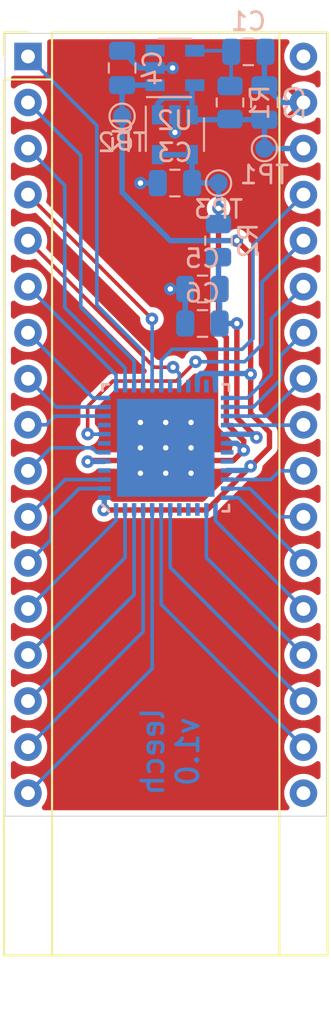
<source format=kicad_pcb>
(kicad_pcb (version 20171130) (host pcbnew 5.1.8)

  (general
    (thickness 1.6)
    (drawings 5)
    (tracks 201)
    (zones 0)
    (modules 15)
    (nets 51)
  )

  (page A4)
  (layers
    (0 F.Cu signal)
    (31 B.Cu signal)
    (32 B.Adhes user)
    (33 F.Adhes user)
    (34 B.Paste user)
    (35 F.Paste user)
    (36 B.SilkS user hide)
    (37 F.SilkS user hide)
    (38 B.Mask user)
    (39 F.Mask user)
    (40 Dwgs.User user)
    (41 Cmts.User user)
    (42 Eco1.User user)
    (43 Eco2.User user)
    (44 Edge.Cuts user)
    (45 Margin user)
    (46 B.CrtYd user)
    (47 F.CrtYd user)
    (48 B.Fab user)
    (49 F.Fab user)
  )

  (setup
    (last_trace_width 0.2)
    (trace_clearance 0.2)
    (zone_clearance 0.3)
    (zone_45_only no)
    (trace_min 0.2)
    (via_size 0.7)
    (via_drill 0.3)
    (via_min_size 0.7)
    (via_min_drill 0.3)
    (uvia_size 0.3)
    (uvia_drill 0.1)
    (uvias_allowed no)
    (uvia_min_size 0.2)
    (uvia_min_drill 0.1)
    (edge_width 0.05)
    (segment_width 0.2)
    (pcb_text_width 0.3)
    (pcb_text_size 1.5 1.5)
    (mod_edge_width 0.12)
    (mod_text_size 1 1)
    (mod_text_width 0.15)
    (pad_size 1.524 1.524)
    (pad_drill 0.762)
    (pad_to_mask_clearance 0.05)
    (solder_mask_min_width 0.15)
    (aux_axis_origin 0 0)
    (visible_elements FFFDFF7F)
    (pcbplotparams
      (layerselection 0x010c0_ffffffff)
      (usegerberextensions true)
      (usegerberattributes true)
      (usegerberadvancedattributes true)
      (creategerberjobfile false)
      (excludeedgelayer true)
      (linewidth 0.100000)
      (plotframeref false)
      (viasonmask false)
      (mode 1)
      (useauxorigin false)
      (hpglpennumber 1)
      (hpglpenspeed 20)
      (hpglpendiameter 15.000000)
      (psnegative false)
      (psa4output false)
      (plotreference true)
      (plotvalue true)
      (plotinvisibletext false)
      (padsonsilk false)
      (subtractmaskfromsilk false)
      (outputformat 1)
      (mirror false)
      (drillshape 0)
      (scaleselection 1)
      (outputdirectory "gerbers"))
  )

  (net 0 "")
  (net 1 GND)
  (net 2 /PILL_3V3)
  (net 3 /ICE_1V2)
  (net 4 /ICE_VCCPLL)
  (net 5 /ICE_3V3)
  (net 6 /CRESET)
  (net 7 /CLK)
  (net 8 /IO2)
  (net 9 /IO3)
  (net 10 /IO10)
  (net 11 /IO11)
  (net 12 /ICE_SO)
  (net 13 /ICE_SCK)
  (net 14 /ICE_SI)
  (net 15 /ICE_SS)
  (net 16 /IO6)
  (net 17 /IO13)
  (net 18 /IO12)
  (net 19 /IO18)
  (net 20 "Net-(U2-Pad3)")
  (net 21 "Net-(CN1-Pad24)")
  (net 22 /IO48)
  (net 23 /IO47)
  (net 24 /IO46)
  (net 25 /IO45)
  (net 26 /IO44)
  (net 27 /IO43)
  (net 28 /IO42)
  (net 29 /IO38)
  (net 30 /IO37)
  (net 31 /IO36)
  (net 32 /IO34)
  (net 33 /IO28)
  (net 34 /IO27)
  (net 35 /IO26)
  (net 36 /IO25)
  (net 37 "Net-(C1-Pad2)")
  (net 38 "Net-(U1-Pad7)")
  (net 39 "Net-(U1-Pad41)")
  (net 40 "Net-(U1-Pad40)")
  (net 41 "Net-(U1-Pad39)")
  (net 42 /IO35)
  (net 43 "Net-(CN1-Pad40)")
  (net 44 "Net-(U1-Pad32)")
  (net 45 "Net-(U1-Pad31)")
  (net 46 "Net-(U1-Pad23)")
  (net 47 "Net-(U1-Pad21)")
  (net 48 "Net-(U1-Pad19)")
  (net 49 "Net-(U1-Pad9)")
  (net 50 "Net-(U1-Pad4)")

  (net_class Default "This is the default net class."
    (clearance 0.2)
    (trace_width 0.2)
    (via_dia 0.7)
    (via_drill 0.3)
    (uvia_dia 0.3)
    (uvia_drill 0.1)
    (add_net /CLK)
    (add_net /CRESET)
    (add_net /ICE_SCK)
    (add_net /ICE_SI)
    (add_net /ICE_SO)
    (add_net /ICE_SS)
    (add_net /IO10)
    (add_net /IO11)
    (add_net /IO12)
    (add_net /IO13)
    (add_net /IO18)
    (add_net /IO2)
    (add_net /IO25)
    (add_net /IO26)
    (add_net /IO27)
    (add_net /IO28)
    (add_net /IO3)
    (add_net /IO34)
    (add_net /IO35)
    (add_net /IO36)
    (add_net /IO37)
    (add_net /IO38)
    (add_net /IO42)
    (add_net /IO43)
    (add_net /IO44)
    (add_net /IO45)
    (add_net /IO46)
    (add_net /IO47)
    (add_net /IO48)
    (add_net /IO6)
    (add_net "Net-(C1-Pad2)")
    (add_net "Net-(CN1-Pad24)")
    (add_net "Net-(CN1-Pad40)")
    (add_net "Net-(U1-Pad19)")
    (add_net "Net-(U1-Pad21)")
    (add_net "Net-(U1-Pad23)")
    (add_net "Net-(U1-Pad31)")
    (add_net "Net-(U1-Pad32)")
    (add_net "Net-(U1-Pad39)")
    (add_net "Net-(U1-Pad4)")
    (add_net "Net-(U1-Pad40)")
    (add_net "Net-(U1-Pad41)")
    (add_net "Net-(U1-Pad7)")
    (add_net "Net-(U1-Pad9)")
    (add_net "Net-(U2-Pad3)")
  )

  (net_class Power ""
    (clearance 0.2)
    (trace_width 0.3)
    (via_dia 0.7)
    (via_drill 0.3)
    (uvia_dia 0.3)
    (uvia_drill 0.1)
    (add_net /ICE_1V2)
    (add_net /ICE_3V3)
    (add_net /ICE_VCCPLL)
    (add_net /PILL_3V3)
    (add_net GND)
  )

  (module leech:Lattice-SG48 (layer B.Cu) (tedit 5FAE6439) (tstamp 5FA94B6A)
    (at 33.02 46.99)
    (path /5F9C5A03)
    (fp_text reference U1 (at 0 4.7) (layer B.Fab)
      (effects (font (size 1 1) (thickness 0.15)) (justify mirror))
    )
    (fp_text value ICE40UP5K-SG48ITR (at 0 -4.7) (layer B.Fab)
      (effects (font (size 1 1) (thickness 0.15)) (justify mirror))
    )
    (fp_line (start -3.5 3.5) (end 3.5 3.5) (layer B.Fab) (width 0.01))
    (fp_line (start 3.5 3.5) (end 3.5 -3.5) (layer B.Fab) (width 0.01))
    (fp_line (start 3.5 -3.5) (end -3.5 -3.5) (layer B.Fab) (width 0.01))
    (fp_line (start -3.5 -3.5) (end -3.5 3.5) (layer B.Fab) (width 0.01))
    (fp_circle (center -2.7 2.7) (end -2.7 2.3) (layer B.Fab) (width 0.01))
    (fp_line (start -3.1 2.875) (end -3.5 2.875) (layer B.Fab) (width 0.01))
    (fp_line (start -3.5 2.625) (end -3.1 2.625) (layer B.Fab) (width 0.01))
    (fp_line (start -3.1 2.625) (end -3.1 2.875) (layer B.Fab) (width 0.01))
    (fp_line (start -3.1 2.375) (end -3.5 2.375) (layer B.Fab) (width 0.01))
    (fp_line (start -3.5 2.125) (end -3.1 2.125) (layer B.Fab) (width 0.01))
    (fp_line (start -3.1 2.125) (end -3.1 2.375) (layer B.Fab) (width 0.01))
    (fp_line (start -3.1 1.875) (end -3.5 1.875) (layer B.Fab) (width 0.01))
    (fp_line (start -3.5 1.625) (end -3.1 1.625) (layer B.Fab) (width 0.01))
    (fp_line (start -3.1 1.625) (end -3.1 1.875) (layer B.Fab) (width 0.01))
    (fp_line (start -3.1 1.375) (end -3.5 1.375) (layer B.Fab) (width 0.01))
    (fp_line (start -3.5 1.125) (end -3.1 1.125) (layer B.Fab) (width 0.01))
    (fp_line (start -3.1 1.125) (end -3.1 1.375) (layer B.Fab) (width 0.01))
    (fp_line (start -3.1 0.875) (end -3.5 0.875) (layer B.Fab) (width 0.01))
    (fp_line (start -3.5 0.625) (end -3.1 0.625) (layer B.Fab) (width 0.01))
    (fp_line (start -3.1 0.625) (end -3.1 0.875) (layer B.Fab) (width 0.01))
    (fp_line (start -3.1 0.375) (end -3.5 0.375) (layer B.Fab) (width 0.01))
    (fp_line (start -3.5 0.125) (end -3.1 0.125) (layer B.Fab) (width 0.01))
    (fp_line (start -3.1 0.125) (end -3.1 0.375) (layer B.Fab) (width 0.01))
    (fp_line (start -3.1 -0.125) (end -3.5 -0.125) (layer B.Fab) (width 0.01))
    (fp_line (start -3.5 -0.375) (end -3.1 -0.375) (layer B.Fab) (width 0.01))
    (fp_line (start -3.1 -0.375) (end -3.1 -0.125) (layer B.Fab) (width 0.01))
    (fp_line (start -3.1 -0.625) (end -3.5 -0.625) (layer B.Fab) (width 0.01))
    (fp_line (start -3.5 -0.875) (end -3.1 -0.875) (layer B.Fab) (width 0.01))
    (fp_line (start -3.1 -0.875) (end -3.1 -0.625) (layer B.Fab) (width 0.01))
    (fp_line (start -3.1 -1.125) (end -3.5 -1.125) (layer B.Fab) (width 0.01))
    (fp_line (start -3.5 -1.375) (end -3.1 -1.375) (layer B.Fab) (width 0.01))
    (fp_line (start -3.1 -1.375) (end -3.1 -1.125) (layer B.Fab) (width 0.01))
    (fp_line (start -3.1 -1.625) (end -3.5 -1.625) (layer B.Fab) (width 0.01))
    (fp_line (start -3.5 -1.875) (end -3.1 -1.875) (layer B.Fab) (width 0.01))
    (fp_line (start -3.1 -1.875) (end -3.1 -1.625) (layer B.Fab) (width 0.01))
    (fp_line (start -3.1 -2.125) (end -3.5 -2.125) (layer B.Fab) (width 0.01))
    (fp_line (start -3.5 -2.375) (end -3.1 -2.375) (layer B.Fab) (width 0.01))
    (fp_line (start -3.1 -2.375) (end -3.1 -2.125) (layer B.Fab) (width 0.01))
    (fp_line (start -3.1 -2.625) (end -3.5 -2.625) (layer B.Fab) (width 0.01))
    (fp_line (start -3.5 -2.875) (end -3.1 -2.875) (layer B.Fab) (width 0.01))
    (fp_line (start -3.1 -2.875) (end -3.1 -2.625) (layer B.Fab) (width 0.01))
    (fp_line (start 3.5 -2.625) (end 3.1 -2.625) (layer B.Fab) (width 0.01))
    (fp_line (start 3.1 -2.625) (end 3.1 -2.875) (layer B.Fab) (width 0.01))
    (fp_line (start 3.1 -2.875) (end 3.5 -2.875) (layer B.Fab) (width 0.01))
    (fp_line (start 3.5 -2.125) (end 3.1 -2.125) (layer B.Fab) (width 0.01))
    (fp_line (start 3.1 -2.125) (end 3.1 -2.375) (layer B.Fab) (width 0.01))
    (fp_line (start 3.1 -2.375) (end 3.5 -2.375) (layer B.Fab) (width 0.01))
    (fp_line (start 3.5 -1.625) (end 3.1 -1.625) (layer B.Fab) (width 0.01))
    (fp_line (start 3.1 -1.625) (end 3.1 -1.875) (layer B.Fab) (width 0.01))
    (fp_line (start 3.1 -1.875) (end 3.5 -1.875) (layer B.Fab) (width 0.01))
    (fp_line (start 3.5 -1.125) (end 3.1 -1.125) (layer B.Fab) (width 0.01))
    (fp_line (start 3.1 -1.125) (end 3.1 -1.375) (layer B.Fab) (width 0.01))
    (fp_line (start 3.1 -1.375) (end 3.5 -1.375) (layer B.Fab) (width 0.01))
    (fp_line (start 3.5 -0.625) (end 3.1 -0.625) (layer B.Fab) (width 0.01))
    (fp_line (start 3.1 -0.625) (end 3.1 -0.875) (layer B.Fab) (width 0.01))
    (fp_line (start 3.1 -0.875) (end 3.5 -0.875) (layer B.Fab) (width 0.01))
    (fp_line (start 3.5 -0.125) (end 3.1 -0.125) (layer B.Fab) (width 0.01))
    (fp_line (start 3.1 -0.125) (end 3.1 -0.375) (layer B.Fab) (width 0.01))
    (fp_line (start 3.1 -0.375) (end 3.5 -0.375) (layer B.Fab) (width 0.01))
    (fp_line (start 3.5 0.375) (end 3.1 0.375) (layer B.Fab) (width 0.01))
    (fp_line (start 3.1 0.375) (end 3.1 0.125) (layer B.Fab) (width 0.01))
    (fp_line (start 3.1 0.125) (end 3.5 0.125) (layer B.Fab) (width 0.01))
    (fp_line (start 3.5 0.875) (end 3.1 0.875) (layer B.Fab) (width 0.01))
    (fp_line (start 3.1 0.875) (end 3.1 0.625) (layer B.Fab) (width 0.01))
    (fp_line (start 3.1 0.625) (end 3.5 0.625) (layer B.Fab) (width 0.01))
    (fp_line (start 3.5 1.375) (end 3.1 1.375) (layer B.Fab) (width 0.01))
    (fp_line (start 3.1 1.375) (end 3.1 1.125) (layer B.Fab) (width 0.01))
    (fp_line (start 3.1 1.125) (end 3.5 1.125) (layer B.Fab) (width 0.01))
    (fp_line (start 3.5 1.875) (end 3.1 1.875) (layer B.Fab) (width 0.01))
    (fp_line (start 3.1 1.875) (end 3.1 1.625) (layer B.Fab) (width 0.01))
    (fp_line (start 3.1 1.625) (end 3.5 1.625) (layer B.Fab) (width 0.01))
    (fp_line (start 3.5 2.375) (end 3.1 2.375) (layer B.Fab) (width 0.01))
    (fp_line (start 3.1 2.375) (end 3.1 2.125) (layer B.Fab) (width 0.01))
    (fp_line (start 3.1 2.125) (end 3.5 2.125) (layer B.Fab) (width 0.01))
    (fp_line (start 3.5 2.875) (end 3.1 2.875) (layer B.Fab) (width 0.01))
    (fp_line (start 3.1 2.875) (end 3.1 2.625) (layer B.Fab) (width 0.01))
    (fp_line (start 3.1 2.625) (end 3.5 2.625) (layer B.Fab) (width 0.01))
    (fp_line (start 2.625 3.1) (end 2.875 3.1) (layer B.Fab) (width 0.01))
    (fp_line (start 2.875 3.1) (end 2.875 3.5) (layer B.Fab) (width 0.01))
    (fp_line (start 2.625 3.5) (end 2.625 3.1) (layer B.Fab) (width 0.01))
    (fp_line (start 2.125 3.1) (end 2.375 3.1) (layer B.Fab) (width 0.01))
    (fp_line (start 2.375 3.1) (end 2.375 3.5) (layer B.Fab) (width 0.01))
    (fp_line (start 2.125 3.5) (end 2.125 3.1) (layer B.Fab) (width 0.01))
    (fp_line (start 1.625 3.1) (end 1.875 3.1) (layer B.Fab) (width 0.01))
    (fp_line (start 1.875 3.1) (end 1.875 3.5) (layer B.Fab) (width 0.01))
    (fp_line (start 1.625 3.5) (end 1.625 3.1) (layer B.Fab) (width 0.01))
    (fp_line (start 1.125 3.1) (end 1.375 3.1) (layer B.Fab) (width 0.01))
    (fp_line (start 1.375 3.1) (end 1.375 3.5) (layer B.Fab) (width 0.01))
    (fp_line (start 1.125 3.5) (end 1.125 3.1) (layer B.Fab) (width 0.01))
    (fp_line (start 0.625 3.1) (end 0.875 3.1) (layer B.Fab) (width 0.01))
    (fp_line (start 0.875 3.1) (end 0.875 3.5) (layer B.Fab) (width 0.01))
    (fp_line (start 0.625 3.5) (end 0.625 3.1) (layer B.Fab) (width 0.01))
    (fp_line (start 0.125 3.1) (end 0.375 3.1) (layer B.Fab) (width 0.01))
    (fp_line (start 0.375 3.1) (end 0.375 3.5) (layer B.Fab) (width 0.01))
    (fp_line (start 0.125 3.5) (end 0.125 3.1) (layer B.Fab) (width 0.01))
    (fp_line (start -0.375 3.1) (end -0.125 3.1) (layer B.Fab) (width 0.01))
    (fp_line (start -0.125 3.1) (end -0.125 3.5) (layer B.Fab) (width 0.01))
    (fp_line (start -0.375 3.5) (end -0.375 3.1) (layer B.Fab) (width 0.01))
    (fp_line (start -0.875 3.1) (end -0.625 3.1) (layer B.Fab) (width 0.01))
    (fp_line (start -0.625 3.1) (end -0.625 3.5) (layer B.Fab) (width 0.01))
    (fp_line (start -0.875 3.5) (end -0.875 3.1) (layer B.Fab) (width 0.01))
    (fp_line (start -1.375 3.1) (end -1.125 3.1) (layer B.Fab) (width 0.01))
    (fp_line (start -1.125 3.1) (end -1.125 3.5) (layer B.Fab) (width 0.01))
    (fp_line (start -1.375 3.5) (end -1.375 3.1) (layer B.Fab) (width 0.01))
    (fp_line (start -1.875 3.1) (end -1.625 3.1) (layer B.Fab) (width 0.01))
    (fp_line (start -1.625 3.1) (end -1.625 3.5) (layer B.Fab) (width 0.01))
    (fp_line (start -1.875 3.5) (end -1.875 3.1) (layer B.Fab) (width 0.01))
    (fp_line (start -2.375 3.1) (end -2.125 3.1) (layer B.Fab) (width 0.01))
    (fp_line (start -2.125 3.1) (end -2.125 3.5) (layer B.Fab) (width 0.01))
    (fp_line (start -2.375 3.5) (end -2.375 3.1) (layer B.Fab) (width 0.01))
    (fp_line (start -2.875 3.1) (end -2.625 3.1) (layer B.Fab) (width 0.01))
    (fp_line (start -2.625 3.1) (end -2.625 3.5) (layer B.Fab) (width 0.01))
    (fp_line (start -2.875 3.5) (end -2.875 3.1) (layer B.Fab) (width 0.01))
    (fp_line (start -2.625 -3.5) (end -2.625 -3.1) (layer B.Fab) (width 0.01))
    (fp_line (start -2.625 -3.1) (end -2.875 -3.1) (layer B.Fab) (width 0.01))
    (fp_line (start -2.875 -3.1) (end -2.875 -3.5) (layer B.Fab) (width 0.01))
    (fp_line (start -2.125 -3.5) (end -2.125 -3.1) (layer B.Fab) (width 0.01))
    (fp_line (start -2.125 -3.1) (end -2.375 -3.1) (layer B.Fab) (width 0.01))
    (fp_line (start -2.375 -3.1) (end -2.375 -3.5) (layer B.Fab) (width 0.01))
    (fp_line (start -1.625 -3.5) (end -1.625 -3.1) (layer B.Fab) (width 0.01))
    (fp_line (start -1.625 -3.1) (end -1.875 -3.1) (layer B.Fab) (width 0.01))
    (fp_line (start -1.875 -3.1) (end -1.875 -3.5) (layer B.Fab) (width 0.01))
    (fp_line (start -1.125 -3.5) (end -1.125 -3.1) (layer B.Fab) (width 0.01))
    (fp_line (start -1.125 -3.1) (end -1.375 -3.1) (layer B.Fab) (width 0.01))
    (fp_line (start -1.375 -3.1) (end -1.375 -3.5) (layer B.Fab) (width 0.01))
    (fp_line (start -0.625 -3.5) (end -0.625 -3.1) (layer B.Fab) (width 0.01))
    (fp_line (start -0.625 -3.1) (end -0.875 -3.1) (layer B.Fab) (width 0.01))
    (fp_line (start -0.875 -3.1) (end -0.875 -3.5) (layer B.Fab) (width 0.01))
    (fp_line (start -0.125 -3.5) (end -0.125 -3.1) (layer B.Fab) (width 0.01))
    (fp_line (start -0.125 -3.1) (end -0.375 -3.1) (layer B.Fab) (width 0.01))
    (fp_line (start -0.375 -3.1) (end -0.375 -3.5) (layer B.Fab) (width 0.01))
    (fp_line (start 0.375 -3.5) (end 0.375 -3.1) (layer B.Fab) (width 0.01))
    (fp_line (start 0.375 -3.1) (end 0.125 -3.1) (layer B.Fab) (width 0.01))
    (fp_line (start 0.125 -3.1) (end 0.125 -3.5) (layer B.Fab) (width 0.01))
    (fp_line (start 0.875 -3.5) (end 0.875 -3.1) (layer B.Fab) (width 0.01))
    (fp_line (start 0.875 -3.1) (end 0.625 -3.1) (layer B.Fab) (width 0.01))
    (fp_line (start 0.625 -3.1) (end 0.625 -3.5) (layer B.Fab) (width 0.01))
    (fp_line (start 1.375 -3.5) (end 1.375 -3.1) (layer B.Fab) (width 0.01))
    (fp_line (start 1.375 -3.1) (end 1.125 -3.1) (layer B.Fab) (width 0.01))
    (fp_line (start 1.125 -3.1) (end 1.125 -3.5) (layer B.Fab) (width 0.01))
    (fp_line (start 1.875 -3.5) (end 1.875 -3.1) (layer B.Fab) (width 0.01))
    (fp_line (start 1.875 -3.1) (end 1.625 -3.1) (layer B.Fab) (width 0.01))
    (fp_line (start 1.625 -3.1) (end 1.625 -3.5) (layer B.Fab) (width 0.01))
    (fp_line (start 2.375 -3.5) (end 2.375 -3.1) (layer B.Fab) (width 0.01))
    (fp_line (start 2.375 -3.1) (end 2.125 -3.1) (layer B.Fab) (width 0.01))
    (fp_line (start 2.125 -3.1) (end 2.125 -3.5) (layer B.Fab) (width 0.01))
    (fp_line (start 2.875 -3.5) (end 2.875 -3.1) (layer B.Fab) (width 0.01))
    (fp_line (start 2.875 -3.1) (end 2.625 -3.1) (layer B.Fab) (width 0.01))
    (fp_line (start 2.625 -3.1) (end 2.625 -3.5) (layer B.Fab) (width 0.01))
    (fp_line (start -3.5 3.15) (end -3.15 3.5) (layer B.SilkS) (width 0.15))
    (fp_line (start 3.15 3.5) (end 3.5 3.5) (layer B.SilkS) (width 0.15))
    (fp_line (start 3.5 3.5) (end 3.5 3.15) (layer B.SilkS) (width 0.15))
    (fp_line (start 3.15 -3.5) (end 3.5 -3.5) (layer B.SilkS) (width 0.15))
    (fp_line (start 3.5 -3.5) (end 3.5 -3.15) (layer B.SilkS) (width 0.15))
    (fp_line (start -3.15 -3.5) (end -3.5 -3.5) (layer B.SilkS) (width 0.15))
    (fp_line (start -3.5 -3.5) (end -3.5 -3.15) (layer B.SilkS) (width 0.15))
    (fp_line (start -4 4) (end 4 4) (layer B.CrtYd) (width 0.01))
    (fp_line (start 4 4) (end 4 -4) (layer B.CrtYd) (width 0.01))
    (fp_line (start 4 -4) (end -4 -4) (layer B.CrtYd) (width 0.01))
    (fp_line (start -4 -4) (end -4 4) (layer B.CrtYd) (width 0.01))
    (pad EP smd rect (at 0 0) (size 5.4 5.4) (layers B.Cu)
      (net 1 GND))
    (pad EP thru_hole circle (at 1.4 -1.4) (size 0.7 0.7) (drill 0.3) (layers *.Cu)
      (net 1 GND) (zone_connect 2))
    (pad EP thru_hole circle (at 1.4 0) (size 0.7 0.7) (drill 0.3) (layers *.Cu)
      (net 1 GND) (zone_connect 2))
    (pad EP thru_hole circle (at 1.4 1.4) (size 0.7 0.7) (drill 0.3) (layers *.Cu)
      (net 1 GND) (zone_connect 2))
    (pad EP thru_hole circle (at 0 -1.4) (size 0.7 0.7) (drill 0.3) (layers *.Cu)
      (net 1 GND) (zone_connect 2))
    (pad EP thru_hole circle (at 0 0) (size 0.7 0.7) (drill 0.3) (layers *.Cu)
      (net 1 GND) (zone_connect 2))
    (pad EP thru_hole circle (at 0 1.4) (size 0.7 0.7) (drill 0.3) (layers *.Cu)
      (net 1 GND) (zone_connect 2))
    (pad EP thru_hole circle (at -1.4 -1.4) (size 0.7 0.7) (drill 0.3) (layers *.Cu)
      (net 1 GND) (zone_connect 2))
    (pad EP thru_hole circle (at -1.4 0) (size 0.7 0.7) (drill 0.3) (layers *.Cu)
      (net 1 GND) (zone_connect 2))
    (pad EP thru_hole circle (at -1.4 1.4) (size 0.7 0.7) (drill 0.3) (layers *.Cu)
      (net 1 GND) (zone_connect 2))
    (pad "" smd rect (at 2.1 -2.1) (size 0.8 0.8) (layers B.Paste)
      (solder_paste_margin 0.001))
    (pad "" smd rect (at 2.1 -0.7) (size 0.8 0.8) (layers B.Paste)
      (solder_paste_margin 0.001))
    (pad "" smd rect (at 2.1 0.7) (size 0.8 0.8) (layers B.Paste)
      (solder_paste_margin 0.001))
    (pad "" smd rect (at 2.1 2.1) (size 0.8 0.8) (layers B.Paste)
      (solder_paste_margin 0.001))
    (pad "" smd rect (at 0.7 -2.1) (size 0.8 0.8) (layers B.Paste)
      (solder_paste_margin 0.001))
    (pad "" smd rect (at 0.7 -0.7) (size 0.8 0.8) (layers B.Paste)
      (solder_paste_margin 0.001))
    (pad "" smd rect (at 0.7 0.7) (size 0.8 0.8) (layers B.Paste)
      (solder_paste_margin 0.001))
    (pad "" smd rect (at 0.7 2.1) (size 0.8 0.8) (layers B.Paste)
      (solder_paste_margin 0.001))
    (pad "" smd rect (at -0.7 -2.1) (size 0.8 0.8) (layers B.Paste)
      (solder_paste_margin 0.001))
    (pad "" smd rect (at -0.7 -0.7) (size 0.8 0.8) (layers B.Paste)
      (solder_paste_margin 0.001))
    (pad "" smd rect (at -0.7 0.7) (size 0.8 0.8) (layers B.Paste)
      (solder_paste_margin 0.001))
    (pad "" smd rect (at -0.7 2.1) (size 0.8 0.8) (layers B.Paste)
      (solder_paste_margin 0.001))
    (pad "" smd rect (at -2.1 -2.1) (size 0.8 0.8) (layers B.Paste)
      (solder_paste_margin 0.001))
    (pad "" smd rect (at -2.1 -0.7) (size 0.8 0.8) (layers B.Paste)
      (solder_paste_margin 0.001))
    (pad "" smd rect (at -2.1 0.7) (size 0.8 0.8) (layers B.Paste)
      (solder_paste_margin 0.001))
    (pad "" smd rect (at -2.1 2.1) (size 0.8 0.8) (layers B.Paste)
      (solder_paste_margin 0.001))
    (pad "" smd rect (at 2.1 -2.1) (size 0.8 0.8) (layers B.Mask)
      (solder_mask_margin 0.001))
    (pad "" smd rect (at 2.1 -0.7) (size 0.8 0.8) (layers B.Mask)
      (solder_mask_margin 0.001))
    (pad "" smd rect (at 2.1 0.7) (size 0.8 0.8) (layers B.Mask)
      (solder_mask_margin 0.001))
    (pad "" smd rect (at 2.1 2.1) (size 0.8 0.8) (layers B.Mask)
      (solder_mask_margin 0.001))
    (pad "" smd rect (at 0.7 -2.1) (size 0.8 0.8) (layers B.Mask)
      (solder_mask_margin 0.001))
    (pad "" smd rect (at 0.7 -0.7) (size 0.8 0.8) (layers B.Mask)
      (solder_mask_margin 0.001))
    (pad "" smd rect (at 0.7 0.7) (size 0.8 0.8) (layers B.Mask)
      (solder_mask_margin 0.001))
    (pad "" smd rect (at 0.7 2.1) (size 0.8 0.8) (layers B.Mask)
      (solder_mask_margin 0.001))
    (pad "" smd rect (at -0.7 -2.1) (size 0.8 0.8) (layers B.Mask)
      (solder_mask_margin 0.001))
    (pad "" smd rect (at -0.7 -0.7) (size 0.8 0.8) (layers B.Mask)
      (solder_mask_margin 0.001))
    (pad "" smd rect (at -0.7 0.7) (size 0.8 0.8) (layers B.Mask)
      (solder_mask_margin 0.001))
    (pad "" smd rect (at -0.7 2.1) (size 0.8 0.8) (layers B.Mask)
      (solder_mask_margin 0.001))
    (pad "" smd rect (at -2.1 -2.1) (size 0.8 0.8) (layers B.Mask)
      (solder_mask_margin 0.001))
    (pad "" smd rect (at -2.1 -0.7) (size 0.8 0.8) (layers B.Mask)
      (solder_mask_margin 0.001))
    (pad "" smd rect (at -2.1 0.7) (size 0.8 0.8) (layers B.Mask)
      (solder_mask_margin 0.001))
    (pad "" smd rect (at -2.1 2.1) (size 0.8 0.8) (layers B.Mask)
      (solder_mask_margin 0.001))
    (pad 48 smd rect (at -2.75 3.4) (size 0.25 0.7) (layers B.Cu B.Paste B.Mask)
      (net 22 /IO48))
    (pad 47 smd rect (at -2.25 3.4) (size 0.25 0.7) (layers B.Cu B.Paste B.Mask)
      (net 23 /IO47))
    (pad 46 smd rect (at -1.75 3.4) (size 0.25 0.7) (layers B.Cu B.Paste B.Mask)
      (net 24 /IO46))
    (pad 45 smd rect (at -1.25 3.4) (size 0.25 0.7) (layers B.Cu B.Paste B.Mask)
      (net 25 /IO45))
    (pad 44 smd rect (at -0.75 3.4) (size 0.25 0.7) (layers B.Cu B.Paste B.Mask)
      (net 26 /IO44))
    (pad 43 smd rect (at -0.25 3.4) (size 0.25 0.7) (layers B.Cu B.Paste B.Mask)
      (net 27 /IO43))
    (pad 42 smd rect (at 0.25 3.4) (size 0.25 0.7) (layers B.Cu B.Paste B.Mask)
      (net 28 /IO42))
    (pad 41 smd rect (at 0.75 3.4) (size 0.25 0.7) (layers B.Cu B.Paste B.Mask)
      (net 39 "Net-(U1-Pad41)"))
    (pad 40 smd rect (at 1.25 3.4) (size 0.25 0.7) (layers B.Cu B.Paste B.Mask)
      (net 40 "Net-(U1-Pad40)"))
    (pad 39 smd rect (at 1.75 3.4) (size 0.25 0.7) (layers B.Cu B.Paste B.Mask)
      (net 41 "Net-(U1-Pad39)"))
    (pad 38 smd rect (at 2.25 3.4) (size 0.25 0.7) (layers B.Cu B.Paste B.Mask)
      (net 29 /IO38))
    (pad 37 smd rect (at 2.75 3.4) (size 0.25 0.7) (layers B.Cu B.Paste B.Mask)
      (net 30 /IO37))
    (pad 36 smd rect (at 3.4 2.75) (size 0.7 0.25) (layers B.Cu B.Paste B.Mask)
      (net 31 /IO36))
    (pad 35 smd rect (at 3.4 2.25) (size 0.7 0.25) (layers B.Cu B.Paste B.Mask)
      (net 42 /IO35))
    (pad 34 smd rect (at 3.4 1.75) (size 0.7 0.25) (layers B.Cu B.Paste B.Mask)
      (net 32 /IO34))
    (pad 33 smd rect (at 3.4 1.25) (size 0.7 0.25) (layers B.Cu B.Paste B.Mask)
      (net 5 /ICE_3V3))
    (pad 32 smd rect (at 3.4 0.75) (size 0.7 0.25) (layers B.Cu B.Paste B.Mask)
      (net 44 "Net-(U1-Pad32)"))
    (pad 31 smd rect (at 3.4 0.25) (size 0.7 0.25) (layers B.Cu B.Paste B.Mask)
      (net 45 "Net-(U1-Pad31)"))
    (pad 30 smd rect (at 3.4 -0.25) (size 0.7 0.25) (layers B.Cu B.Paste B.Mask)
      (net 3 /ICE_1V2))
    (pad 29 smd rect (at 3.4 -0.75) (size 0.7 0.25) (layers B.Cu B.Paste B.Mask)
      (net 4 /ICE_VCCPLL))
    (pad 28 smd rect (at 3.4 -1.25) (size 0.7 0.25) (layers B.Cu B.Paste B.Mask)
      (net 33 /IO28))
    (pad 27 smd rect (at 3.4 -1.75) (size 0.7 0.25) (layers B.Cu B.Paste B.Mask)
      (net 34 /IO27))
    (pad 26 smd rect (at 3.4 -2.25) (size 0.7 0.25) (layers B.Cu B.Paste B.Mask)
      (net 35 /IO26))
    (pad 25 smd rect (at 3.4 -2.75) (size 0.7 0.25) (layers B.Cu B.Paste B.Mask)
      (net 36 /IO25))
    (pad 24 smd rect (at 2.75 -3.4) (size 0.25 0.7) (layers B.Cu B.Paste B.Mask)
      (net 5 /ICE_3V3))
    (pad 23 smd rect (at 2.25 -3.4) (size 0.25 0.7) (layers B.Cu B.Paste B.Mask)
      (net 46 "Net-(U1-Pad23)"))
    (pad 22 smd rect (at 1.75 -3.4) (size 0.25 0.7) (layers B.Cu B.Paste B.Mask)
      (net 5 /ICE_3V3))
    (pad 21 smd rect (at 1.25 -3.4) (size 0.25 0.7) (layers B.Cu B.Paste B.Mask)
      (net 47 "Net-(U1-Pad21)"))
    (pad 20 smd rect (at 0.75 -3.4) (size 0.25 0.7) (layers B.Cu B.Paste B.Mask)
      (net 7 /CLK))
    (pad 19 smd rect (at 0.25 -3.4) (size 0.25 0.7) (layers B.Cu B.Paste B.Mask)
      (net 48 "Net-(U1-Pad19)"))
    (pad 18 smd rect (at -0.25 -3.4) (size 0.25 0.7) (layers B.Cu B.Paste B.Mask)
      (net 19 /IO18))
    (pad 17 smd rect (at -0.75 -3.4) (size 0.25 0.7) (layers B.Cu B.Paste B.Mask)
      (net 14 /ICE_SI))
    (pad 16 smd rect (at -1.25 -3.4) (size 0.25 0.7) (layers B.Cu B.Paste B.Mask)
      (net 15 /ICE_SS))
    (pad 15 smd rect (at -1.75 -3.4) (size 0.25 0.7) (layers B.Cu B.Paste B.Mask)
      (net 13 /ICE_SCK))
    (pad 14 smd rect (at -2.25 -3.4) (size 0.25 0.7) (layers B.Cu B.Paste B.Mask)
      (net 12 /ICE_SO))
    (pad 13 smd rect (at -2.75 -3.4) (size 0.25 0.7) (layers B.Cu B.Paste B.Mask)
      (net 17 /IO13))
    (pad 12 smd rect (at -3.4 -2.75) (size 0.7 0.25) (layers B.Cu B.Paste B.Mask)
      (net 18 /IO12))
    (pad 11 smd rect (at -3.4 -2.25) (size 0.7 0.25) (layers B.Cu B.Paste B.Mask)
      (net 11 /IO11))
    (pad 10 smd rect (at -3.4 -1.75) (size 0.7 0.25) (layers B.Cu B.Paste B.Mask)
      (net 10 /IO10))
    (pad 9 smd rect (at -3.4 -1.25) (size 0.7 0.25) (layers B.Cu B.Paste B.Mask)
      (net 49 "Net-(U1-Pad9)"))
    (pad 8 smd rect (at -3.4 -0.75) (size 0.7 0.25) (layers B.Cu B.Paste B.Mask)
      (net 6 /CRESET))
    (pad 7 smd rect (at -3.4 -0.25) (size 0.7 0.25) (layers B.Cu B.Paste B.Mask)
      (net 38 "Net-(U1-Pad7)"))
    (pad 6 smd rect (at -3.4 0.25) (size 0.7 0.25) (layers B.Cu B.Paste B.Mask)
      (net 16 /IO6))
    (pad 5 smd rect (at -3.4 0.75) (size 0.7 0.25) (layers B.Cu B.Paste B.Mask)
      (net 3 /ICE_1V2))
    (pad 4 smd rect (at -3.4 1.25) (size 0.7 0.25) (layers B.Cu B.Paste B.Mask)
      (net 50 "Net-(U1-Pad4)"))
    (pad 3 smd rect (at -3.4 1.75) (size 0.7 0.25) (layers B.Cu B.Paste B.Mask)
      (net 9 /IO3))
    (pad 2 smd rect (at -3.4 2.25) (size 0.7 0.25) (layers B.Cu B.Paste B.Mask)
      (net 8 /IO2))
    (pad 1 smd rect (at -3.4 2.75) (size 0.7 0.25) (layers B.Cu B.Paste B.Mask)
      (net 5 /ICE_3V3))
    (model ${KISYS3DMOD}/Housings_DFN_QFN.3dshapes/QFN-48-1EP_7x7mm_P0.5mm_EP5.15x5.15mm.step
      (at (xyz 0 0 0))
      (scale (xyz 1 1 1))
      (rotate (xyz 0 0 0))
    )
  )

  (module leech:WeAct_v3.0_cut locked (layer F.Cu) (tedit 5FAD75AD) (tstamp 5FA6EB4D)
    (at 25.4 25.4)
    (tags "WeAct F4xx development board")
    (path /5FBA047E)
    (fp_text reference CN1 (at 7.62 -3.81) (layer F.SilkS)
      (effects (font (size 1 1) (thickness 0.15)))
    )
    (fp_text value WeActBoard_noswd (at 7.62 26.035) (layer F.Fab)
      (effects (font (size 1 1) (thickness 0.15)))
    )
    (fp_line (start 12.7 43.18) (end 12.7 53.34) (layer F.Fab) (width 0.1))
    (fp_line (start 2.54 43.18) (end 12.7 43.18) (layer F.Fab) (width 0.1))
    (fp_line (start 2.54 53.34) (end 12.7 53.34) (layer F.Fab) (width 0.1))
    (fp_line (start 2.54 53.34) (end 2.54 43.18) (layer F.Fab) (width 0.1))
    (fp_line (start 1.33 -1.33) (end 16.57 -1.33) (layer F.SilkS) (width 0.12))
    (fp_line (start 16.57 49.59) (end -1.33 49.59) (layer F.SilkS) (width 0.12))
    (fp_line (start -0.635 -1.27) (end 16.51 -1.27) (layer F.Fab) (width 0.1))
    (fp_line (start 16.51 -1.27) (end 16.51 49.53) (layer F.Fab) (width 0.1))
    (fp_line (start 16.51 49.53) (end -1.27 49.53) (layer F.Fab) (width 0.1))
    (fp_line (start -1.27 49.53) (end -1.27 -0.635) (layer F.Fab) (width 0.1))
    (fp_line (start 16.57 -1.33) (end 16.57 49.59) (layer F.SilkS) (width 0.12))
    (fp_line (start -1.33 49.59) (end -1.33 1.27) (layer F.SilkS) (width 0.12))
    (fp_line (start 1.33 -1.33) (end 1.33 49.59) (layer F.SilkS) (width 0.12))
    (fp_line (start 13.91 49.59) (end 13.91 -1.33) (layer F.SilkS) (width 0.12))
    (fp_line (start -1.33 1.27) (end 1.33 1.27) (layer F.SilkS) (width 0.12))
    (fp_line (start -1.524 49.784) (end -1.524 -1.524) (layer F.CrtYd) (width 0.05))
    (fp_line (start -1.524 -1.524) (end 16.756 -1.524) (layer F.CrtYd) (width 0.05))
    (fp_line (start 16.756 -1.524) (end 16.764 49.784) (layer F.CrtYd) (width 0.05))
    (fp_line (start 16.764 49.784) (end -1.524 49.784) (layer F.CrtYd) (width 0.05))
    (fp_line (start 0 -1.33) (end -1.33 -1.33) (layer F.SilkS) (width 0.12))
    (fp_line (start -1.33 -1.33) (end -1.33 0) (layer F.SilkS) (width 0.12))
    (fp_line (start 1.27 -1.27) (end 1.27 49.53) (layer F.Fab) (width 0.1))
    (fp_line (start -1.27 -0.635) (end -0.635 -1.27) (layer F.Fab) (width 0.1))
    (fp_line (start 13.97 -1.27) (end 13.97 49.53) (layer F.Fab) (width 0.1))
    (fp_line (start 2.9 11.45) (end 4.87 11.45) (layer F.Fab) (width 0.12))
    (fp_line (start 4.87 11.45) (end 4.87 16.32) (layer F.Fab) (width 0.12))
    (fp_line (start 4.87 16.32) (end 2.9 16.32) (layer F.Fab) (width 0.12))
    (fp_line (start 2.9 16.32) (end 2.9 11.45) (layer F.Fab) (width 0.12))
    (fp_line (start 10.08 11.45) (end 12.01 11.45) (layer F.Fab) (width 0.12))
    (fp_line (start 12.01 11.45) (end 12.01 16.32) (layer F.Fab) (width 0.12))
    (fp_line (start 12.01 16.32) (end 10.08 16.32) (layer F.Fab) (width 0.12))
    (fp_line (start 10.08 16.32) (end 10.08 11.45) (layer F.Fab) (width 0.12))
    (fp_line (start 7.35 9.65) (end 9.49 9.65) (layer F.Fab) (width 0.12))
    (fp_line (start 9.49 9.65) (end 9.49 10.95) (layer F.Fab) (width 0.12))
    (fp_line (start 9.49 10.95) (end 7.35 10.95) (layer F.Fab) (width 0.12))
    (fp_line (start 7.35 10.95) (end 7.35 9.65) (layer F.Fab) (width 0.12))
    (fp_text user %R (at 7.62 24.13) (layer F.Fab)
      (effects (font (size 1 1) (thickness 0.15)))
    )
    (pad 40 thru_hole circle (at 15.24 0) (size 1.524 1.524) (drill 0.762) (layers *.Cu *.Mask)
      (net 43 "Net-(CN1-Pad40)"))
    (pad 39 thru_hole circle (at 15.24 2.54) (size 1.524 1.524) (drill 0.762) (layers *.Cu *.Mask)
      (net 1 GND))
    (pad 38 thru_hole circle (at 15.24 5.08) (size 1.524 1.524) (drill 0.762) (layers *.Cu *.Mask)
      (net 2 /PILL_3V3))
    (pad 37 thru_hole circle (at 15.24 7.62) (size 1.524 1.524) (drill 0.762) (layers *.Cu *.Mask)
      (net 19 /IO18))
    (pad 36 thru_hole circle (at 15.24 10.16) (size 1.524 1.524) (drill 0.762) (layers *.Cu *.Mask)
      (net 6 /CRESET))
    (pad 35 thru_hole circle (at 15.24 12.7) (size 1.524 1.524) (drill 0.762) (layers *.Cu *.Mask)
      (net 36 /IO25))
    (pad 34 thru_hole circle (at 15.24 15.24) (size 1.524 1.524) (drill 0.762) (layers *.Cu *.Mask)
      (net 35 /IO26))
    (pad 33 thru_hole circle (at 15.24 17.78) (size 1.524 1.524) (drill 0.762) (layers *.Cu *.Mask)
      (net 34 /IO27))
    (pad 32 thru_hole circle (at 15.24 20.32) (size 1.524 1.524) (drill 0.762) (layers *.Cu *.Mask)
      (net 33 /IO28))
    (pad 31 thru_hole circle (at 15.24 22.86) (size 1.524 1.524) (drill 0.762) (layers *.Cu *.Mask)
      (net 32 /IO34))
    (pad 30 thru_hole circle (at 15.24 25.4) (size 1.524 1.524) (drill 0.762) (layers *.Cu *.Mask)
      (net 42 /IO35))
    (pad 29 thru_hole circle (at 15.24 27.94) (size 1.524 1.524) (drill 0.762) (layers *.Cu *.Mask)
      (net 31 /IO36))
    (pad 28 thru_hole circle (at 15.24 30.48) (size 1.524 1.524) (drill 0.762) (layers *.Cu *.Mask)
      (net 30 /IO37))
    (pad 27 thru_hole circle (at 15.24 33.02) (size 1.524 1.524) (drill 0.762) (layers *.Cu *.Mask)
      (net 29 /IO38))
    (pad 26 thru_hole circle (at 15.24 35.56) (size 1.524 1.524) (drill 0.762) (layers *.Cu *.Mask)
      (net 28 /IO42))
    (pad 25 thru_hole circle (at 15.24 38.1) (size 1.524 1.524) (drill 0.762) (layers *.Cu *.Mask)
      (net 27 /IO43))
    (pad 24 thru_hole circle (at 15.24 40.64) (size 1.524 1.524) (drill 0.762) (layers *.Cu *.Mask)
      (net 21 "Net-(CN1-Pad24)"))
    (pad 17 thru_hole circle (at 0 40.64) (size 1.524 1.524) (drill 0.762) (layers *.Cu *.Mask)
      (net 26 /IO44))
    (pad 16 thru_hole circle (at 0 38.1) (size 1.524 1.524) (drill 0.762) (layers *.Cu *.Mask)
      (net 25 /IO45))
    (pad 15 thru_hole circle (at 0 35.56) (size 1.524 1.524) (drill 0.762) (layers *.Cu *.Mask)
      (net 24 /IO46))
    (pad 14 thru_hole circle (at 0 33.02) (size 1.524 1.524) (drill 0.762) (layers *.Cu *.Mask)
      (net 23 /IO47))
    (pad 13 thru_hole circle (at 0 30.48) (size 1.524 1.524) (drill 0.762) (layers *.Cu *.Mask)
      (net 22 /IO48))
    (pad 12 thru_hole circle (at 0 27.94) (size 1.524 1.524) (drill 0.762) (layers *.Cu *.Mask)
      (net 8 /IO2))
    (pad 11 thru_hole circle (at 0 25.4) (size 1.524 1.524) (drill 0.762) (layers *.Cu *.Mask)
      (net 9 /IO3))
    (pad 10 thru_hole circle (at 0 22.86) (size 1.524 1.524) (drill 0.762) (layers *.Cu *.Mask)
      (net 16 /IO6))
    (pad 9 thru_hole circle (at 0 20.32) (size 1.524 1.524) (drill 0.762) (layers *.Cu *.Mask)
      (net 10 /IO10))
    (pad 8 thru_hole circle (at 0 17.78) (size 1.524 1.524) (drill 0.762) (layers *.Cu *.Mask)
      (net 11 /IO11))
    (pad 7 thru_hole circle (at 0 15.24) (size 1.524 1.524) (drill 0.762) (layers *.Cu *.Mask)
      (net 18 /IO12))
    (pad 6 thru_hole circle (at 0 12.7) (size 1.524 1.524) (drill 0.762) (layers *.Cu *.Mask)
      (net 17 /IO13))
    (pad 5 thru_hole circle (at 0 10.16) (size 1.524 1.524) (drill 0.762) (layers *.Cu *.Mask)
      (net 7 /CLK))
    (pad 4 thru_hole circle (at 0 7.62) (size 1.524 1.524) (drill 0.762) (layers *.Cu *.Mask)
      (net 14 /ICE_SI))
    (pad 3 thru_hole circle (at 0 5.08) (size 1.524 1.524) (drill 0.762) (layers *.Cu *.Mask)
      (net 12 /ICE_SO))
    (pad 2 thru_hole circle (at 0 2.54) (size 1.524 1.524) (drill 0.762) (layers *.Cu *.Mask)
      (net 13 /ICE_SCK))
    (pad 1 thru_hole rect (at 0 0) (size 1.524 1.524) (drill 0.762) (layers *.Cu *.Mask)
      (net 15 /ICE_SS))
    (model ${KISYS3DMOD}/Module.3dshapes/Maple_Mini.wrl
      (at (xyz 0 0 0))
      (scale (xyz 1 1 1))
      (rotate (xyz 0 0 0))
    )
  )

  (module Resistor_SMD:R_0805_2012Metric (layer B.Cu) (tedit 5F68FEEE) (tstamp 5FA9548D)
    (at 35.941 35.56 90)
    (descr "Resistor SMD 0805 (2012 Metric), square (rectangular) end terminal, IPC_7351 nominal, (Body size source: IPC-SM-782 page 72, https://www.pcb-3d.com/wordpress/wp-content/uploads/ipc-sm-782a_amendment_1_and_2.pdf), generated with kicad-footprint-generator")
    (tags resistor)
    (path /5FA7381E)
    (attr smd)
    (fp_text reference R2 (at 0 1.65 90) (layer B.SilkS)
      (effects (font (size 1 1) (thickness 0.15)) (justify mirror))
    )
    (fp_text value 100R (at 0 -1.65 90) (layer B.Fab)
      (effects (font (size 1 1) (thickness 0.15)) (justify mirror))
    )
    (fp_line (start -1 -0.625) (end -1 0.625) (layer B.Fab) (width 0.1))
    (fp_line (start -1 0.625) (end 1 0.625) (layer B.Fab) (width 0.1))
    (fp_line (start 1 0.625) (end 1 -0.625) (layer B.Fab) (width 0.1))
    (fp_line (start 1 -0.625) (end -1 -0.625) (layer B.Fab) (width 0.1))
    (fp_line (start -0.227064 0.735) (end 0.227064 0.735) (layer B.SilkS) (width 0.12))
    (fp_line (start -0.227064 -0.735) (end 0.227064 -0.735) (layer B.SilkS) (width 0.12))
    (fp_line (start -1.68 -0.95) (end -1.68 0.95) (layer B.CrtYd) (width 0.05))
    (fp_line (start -1.68 0.95) (end 1.68 0.95) (layer B.CrtYd) (width 0.05))
    (fp_line (start 1.68 0.95) (end 1.68 -0.95) (layer B.CrtYd) (width 0.05))
    (fp_line (start 1.68 -0.95) (end -1.68 -0.95) (layer B.CrtYd) (width 0.05))
    (fp_text user %R (at 0 0 90) (layer B.Fab)
      (effects (font (size 0.5 0.5) (thickness 0.08)) (justify mirror))
    )
    (pad 2 smd roundrect (at 0.9125 0 90) (size 1.025 1.4) (layers B.Cu B.Paste B.Mask) (roundrect_rratio 0.2439004878048781)
      (net 3 /ICE_1V2))
    (pad 1 smd roundrect (at -0.9125 0 90) (size 1.025 1.4) (layers B.Cu B.Paste B.Mask) (roundrect_rratio 0.2439004878048781)
      (net 4 /ICE_VCCPLL))
    (model ${KISYS3DMOD}/Resistor_SMD.3dshapes/R_0805_2012Metric.wrl
      (at (xyz 0 0 0))
      (scale (xyz 1 1 1))
      (rotate (xyz 0 0 0))
    )
  )

  (module Resistor_SMD:R_0805_2012Metric (layer B.Cu) (tedit 5F68FEEE) (tstamp 5FA941F2)
    (at 36.576 27.94 90)
    (descr "Resistor SMD 0805 (2012 Metric), square (rectangular) end terminal, IPC_7351 nominal, (Body size source: IPC-SM-782 page 72, https://www.pcb-3d.com/wordpress/wp-content/uploads/ipc-sm-782a_amendment_1_and_2.pdf), generated with kicad-footprint-generator")
    (tags resistor)
    (path /5FACFCAE)
    (attr smd)
    (fp_text reference R1 (at 0 1.65 90) (layer B.SilkS)
      (effects (font (size 1 1) (thickness 0.15)) (justify mirror))
    )
    (fp_text value 10k (at 0 -1.65 90) (layer B.Fab)
      (effects (font (size 1 1) (thickness 0.15)) (justify mirror))
    )
    (fp_line (start -1 -0.625) (end -1 0.625) (layer B.Fab) (width 0.1))
    (fp_line (start -1 0.625) (end 1 0.625) (layer B.Fab) (width 0.1))
    (fp_line (start 1 0.625) (end 1 -0.625) (layer B.Fab) (width 0.1))
    (fp_line (start 1 -0.625) (end -1 -0.625) (layer B.Fab) (width 0.1))
    (fp_line (start -0.227064 0.735) (end 0.227064 0.735) (layer B.SilkS) (width 0.12))
    (fp_line (start -0.227064 -0.735) (end 0.227064 -0.735) (layer B.SilkS) (width 0.12))
    (fp_line (start -1.68 -0.95) (end -1.68 0.95) (layer B.CrtYd) (width 0.05))
    (fp_line (start -1.68 0.95) (end 1.68 0.95) (layer B.CrtYd) (width 0.05))
    (fp_line (start 1.68 0.95) (end 1.68 -0.95) (layer B.CrtYd) (width 0.05))
    (fp_line (start 1.68 -0.95) (end -1.68 -0.95) (layer B.CrtYd) (width 0.05))
    (fp_text user %R (at 0 0 90) (layer B.Fab)
      (effects (font (size 0.5 0.5) (thickness 0.08)) (justify mirror))
    )
    (pad 2 smd roundrect (at 0.9125 0 90) (size 1.025 1.4) (layers B.Cu B.Paste B.Mask) (roundrect_rratio 0.2439004878048781)
      (net 37 "Net-(C1-Pad2)"))
    (pad 1 smd roundrect (at -0.9125 0 90) (size 1.025 1.4) (layers B.Cu B.Paste B.Mask) (roundrect_rratio 0.2439004878048781)
      (net 2 /PILL_3V3))
    (model ${KISYS3DMOD}/Resistor_SMD.3dshapes/R_0805_2012Metric.wrl
      (at (xyz 0 0 0))
      (scale (xyz 1 1 1))
      (rotate (xyz 0 0 0))
    )
  )

  (module Capacitor_SMD:C_0805_2012Metric (layer B.Cu) (tedit 5F68FEEE) (tstamp 5FA956D8)
    (at 35.052 40.132 180)
    (descr "Capacitor SMD 0805 (2012 Metric), square (rectangular) end terminal, IPC_7351 nominal, (Body size source: IPC-SM-782 page 76, https://www.pcb-3d.com/wordpress/wp-content/uploads/ipc-sm-782a_amendment_1_and_2.pdf, https://docs.google.com/spreadsheets/d/1BsfQQcO9C6DZCsRaXUlFlo91Tg2WpOkGARC1WS5S8t0/edit?usp=sharing), generated with kicad-footprint-generator")
    (tags capacitor)
    (path /5FA764BB)
    (attr smd)
    (fp_text reference C6 (at 0 1.68) (layer B.SilkS)
      (effects (font (size 1 1) (thickness 0.15)) (justify mirror))
    )
    (fp_text value 0.1uF (at 0 -1.68) (layer B.Fab)
      (effects (font (size 1 1) (thickness 0.15)) (justify mirror))
    )
    (fp_line (start -1 -0.625) (end -1 0.625) (layer B.Fab) (width 0.1))
    (fp_line (start -1 0.625) (end 1 0.625) (layer B.Fab) (width 0.1))
    (fp_line (start 1 0.625) (end 1 -0.625) (layer B.Fab) (width 0.1))
    (fp_line (start 1 -0.625) (end -1 -0.625) (layer B.Fab) (width 0.1))
    (fp_line (start -0.261252 0.735) (end 0.261252 0.735) (layer B.SilkS) (width 0.12))
    (fp_line (start -0.261252 -0.735) (end 0.261252 -0.735) (layer B.SilkS) (width 0.12))
    (fp_line (start -1.7 -0.98) (end -1.7 0.98) (layer B.CrtYd) (width 0.05))
    (fp_line (start -1.7 0.98) (end 1.7 0.98) (layer B.CrtYd) (width 0.05))
    (fp_line (start 1.7 0.98) (end 1.7 -0.98) (layer B.CrtYd) (width 0.05))
    (fp_line (start 1.7 -0.98) (end -1.7 -0.98) (layer B.CrtYd) (width 0.05))
    (fp_text user %R (at 0 0) (layer B.Fab)
      (effects (font (size 0.5 0.5) (thickness 0.08)) (justify mirror))
    )
    (pad 2 smd roundrect (at 0.95 0 180) (size 1 1.45) (layers B.Cu B.Paste B.Mask) (roundrect_rratio 0.25)
      (net 1 GND))
    (pad 1 smd roundrect (at -0.95 0 180) (size 1 1.45) (layers B.Cu B.Paste B.Mask) (roundrect_rratio 0.25)
      (net 4 /ICE_VCCPLL))
    (model ${KISYS3DMOD}/Capacitor_SMD.3dshapes/C_0805_2012Metric.wrl
      (at (xyz 0 0 0))
      (scale (xyz 1 1 1))
      (rotate (xyz 0 0 0))
    )
  )

  (module Capacitor_SMD:C_0805_2012Metric (layer B.Cu) (tedit 5F68FEEE) (tstamp 5FA6CE3B)
    (at 35.052 38.227 180)
    (descr "Capacitor SMD 0805 (2012 Metric), square (rectangular) end terminal, IPC_7351 nominal, (Body size source: IPC-SM-782 page 76, https://www.pcb-3d.com/wordpress/wp-content/uploads/ipc-sm-782a_amendment_1_and_2.pdf, https://docs.google.com/spreadsheets/d/1BsfQQcO9C6DZCsRaXUlFlo91Tg2WpOkGARC1WS5S8t0/edit?usp=sharing), generated with kicad-footprint-generator")
    (tags capacitor)
    (path /5FA76074)
    (attr smd)
    (fp_text reference C5 (at 0 1.68) (layer B.SilkS)
      (effects (font (size 1 1) (thickness 0.15)) (justify mirror))
    )
    (fp_text value 10uF (at 0 -1.68) (layer B.Fab)
      (effects (font (size 1 1) (thickness 0.15)) (justify mirror))
    )
    (fp_line (start -1 -0.625) (end -1 0.625) (layer B.Fab) (width 0.1))
    (fp_line (start -1 0.625) (end 1 0.625) (layer B.Fab) (width 0.1))
    (fp_line (start 1 0.625) (end 1 -0.625) (layer B.Fab) (width 0.1))
    (fp_line (start 1 -0.625) (end -1 -0.625) (layer B.Fab) (width 0.1))
    (fp_line (start -0.261252 0.735) (end 0.261252 0.735) (layer B.SilkS) (width 0.12))
    (fp_line (start -0.261252 -0.735) (end 0.261252 -0.735) (layer B.SilkS) (width 0.12))
    (fp_line (start -1.7 -0.98) (end -1.7 0.98) (layer B.CrtYd) (width 0.05))
    (fp_line (start -1.7 0.98) (end 1.7 0.98) (layer B.CrtYd) (width 0.05))
    (fp_line (start 1.7 0.98) (end 1.7 -0.98) (layer B.CrtYd) (width 0.05))
    (fp_line (start 1.7 -0.98) (end -1.7 -0.98) (layer B.CrtYd) (width 0.05))
    (fp_text user %R (at 0 0) (layer B.Fab)
      (effects (font (size 0.5 0.5) (thickness 0.08)) (justify mirror))
    )
    (pad 2 smd roundrect (at 0.95 0 180) (size 1 1.45) (layers B.Cu B.Paste B.Mask) (roundrect_rratio 0.25)
      (net 1 GND))
    (pad 1 smd roundrect (at -0.95 0 180) (size 1 1.45) (layers B.Cu B.Paste B.Mask) (roundrect_rratio 0.25)
      (net 4 /ICE_VCCPLL))
    (model ${KISYS3DMOD}/Capacitor_SMD.3dshapes/C_0805_2012Metric.wrl
      (at (xyz 0 0 0))
      (scale (xyz 1 1 1))
      (rotate (xyz 0 0 0))
    )
  )

  (module Capacitor_SMD:C_0805_2012Metric (layer B.Cu) (tedit 5F68FEEE) (tstamp 5FA6CE2A)
    (at 30.607 26.035 90)
    (descr "Capacitor SMD 0805 (2012 Metric), square (rectangular) end terminal, IPC_7351 nominal, (Body size source: IPC-SM-782 page 76, https://www.pcb-3d.com/wordpress/wp-content/uploads/ipc-sm-782a_amendment_1_and_2.pdf, https://docs.google.com/spreadsheets/d/1BsfQQcO9C6DZCsRaXUlFlo91Tg2WpOkGARC1WS5S8t0/edit?usp=sharing), generated with kicad-footprint-generator")
    (tags capacitor)
    (path /5FA7A759)
    (attr smd)
    (fp_text reference C4 (at 0 1.68 90) (layer B.SilkS)
      (effects (font (size 1 1) (thickness 0.15)) (justify mirror))
    )
    (fp_text value 1uF (at 0 -1.68 90) (layer B.Fab)
      (effects (font (size 1 1) (thickness 0.15)) (justify mirror))
    )
    (fp_line (start -1 -0.625) (end -1 0.625) (layer B.Fab) (width 0.1))
    (fp_line (start -1 0.625) (end 1 0.625) (layer B.Fab) (width 0.1))
    (fp_line (start 1 0.625) (end 1 -0.625) (layer B.Fab) (width 0.1))
    (fp_line (start 1 -0.625) (end -1 -0.625) (layer B.Fab) (width 0.1))
    (fp_line (start -0.261252 0.735) (end 0.261252 0.735) (layer B.SilkS) (width 0.12))
    (fp_line (start -0.261252 -0.735) (end 0.261252 -0.735) (layer B.SilkS) (width 0.12))
    (fp_line (start -1.7 -0.98) (end -1.7 0.98) (layer B.CrtYd) (width 0.05))
    (fp_line (start -1.7 0.98) (end 1.7 0.98) (layer B.CrtYd) (width 0.05))
    (fp_line (start 1.7 0.98) (end 1.7 -0.98) (layer B.CrtYd) (width 0.05))
    (fp_line (start 1.7 -0.98) (end -1.7 -0.98) (layer B.CrtYd) (width 0.05))
    (fp_text user %R (at 0 0 90) (layer B.Fab)
      (effects (font (size 0.5 0.5) (thickness 0.08)) (justify mirror))
    )
    (pad 2 smd roundrect (at 0.95 0 90) (size 1 1.45) (layers B.Cu B.Paste B.Mask) (roundrect_rratio 0.25)
      (net 1 GND))
    (pad 1 smd roundrect (at -0.95 0 90) (size 1 1.45) (layers B.Cu B.Paste B.Mask) (roundrect_rratio 0.25)
      (net 5 /ICE_3V3))
    (model ${KISYS3DMOD}/Capacitor_SMD.3dshapes/C_0805_2012Metric.wrl
      (at (xyz 0 0 0))
      (scale (xyz 1 1 1))
      (rotate (xyz 0 0 0))
    )
  )

  (module Capacitor_SMD:C_0805_2012Metric (layer B.Cu) (tedit 5F68FEEE) (tstamp 5FA6CE19)
    (at 33.528 32.385 180)
    (descr "Capacitor SMD 0805 (2012 Metric), square (rectangular) end terminal, IPC_7351 nominal, (Body size source: IPC-SM-782 page 76, https://www.pcb-3d.com/wordpress/wp-content/uploads/ipc-sm-782a_amendment_1_and_2.pdf, https://docs.google.com/spreadsheets/d/1BsfQQcO9C6DZCsRaXUlFlo91Tg2WpOkGARC1WS5S8t0/edit?usp=sharing), generated with kicad-footprint-generator")
    (tags capacitor)
    (path /5FA6C576)
    (attr smd)
    (fp_text reference C3 (at 0 1.68) (layer B.SilkS)
      (effects (font (size 1 1) (thickness 0.15)) (justify mirror))
    )
    (fp_text value 1uF (at 0 -1.68) (layer B.Fab)
      (effects (font (size 1 1) (thickness 0.15)) (justify mirror))
    )
    (fp_line (start -1 -0.625) (end -1 0.625) (layer B.Fab) (width 0.1))
    (fp_line (start -1 0.625) (end 1 0.625) (layer B.Fab) (width 0.1))
    (fp_line (start 1 0.625) (end 1 -0.625) (layer B.Fab) (width 0.1))
    (fp_line (start 1 -0.625) (end -1 -0.625) (layer B.Fab) (width 0.1))
    (fp_line (start -0.261252 0.735) (end 0.261252 0.735) (layer B.SilkS) (width 0.12))
    (fp_line (start -0.261252 -0.735) (end 0.261252 -0.735) (layer B.SilkS) (width 0.12))
    (fp_line (start -1.7 -0.98) (end -1.7 0.98) (layer B.CrtYd) (width 0.05))
    (fp_line (start -1.7 0.98) (end 1.7 0.98) (layer B.CrtYd) (width 0.05))
    (fp_line (start 1.7 0.98) (end 1.7 -0.98) (layer B.CrtYd) (width 0.05))
    (fp_line (start 1.7 -0.98) (end -1.7 -0.98) (layer B.CrtYd) (width 0.05))
    (fp_text user %R (at 0 0) (layer B.Fab)
      (effects (font (size 0.5 0.5) (thickness 0.08)) (justify mirror))
    )
    (pad 2 smd roundrect (at 0.95 0 180) (size 1 1.45) (layers B.Cu B.Paste B.Mask) (roundrect_rratio 0.25)
      (net 1 GND))
    (pad 1 smd roundrect (at -0.95 0 180) (size 1 1.45) (layers B.Cu B.Paste B.Mask) (roundrect_rratio 0.25)
      (net 3 /ICE_1V2))
    (model ${KISYS3DMOD}/Capacitor_SMD.3dshapes/C_0805_2012Metric.wrl
      (at (xyz 0 0 0))
      (scale (xyz 1 1 1))
      (rotate (xyz 0 0 0))
    )
  )

  (module Capacitor_SMD:C_0805_2012Metric (layer B.Cu) (tedit 5F68FEEE) (tstamp 5FA6CE08)
    (at 38.481 27.94 90)
    (descr "Capacitor SMD 0805 (2012 Metric), square (rectangular) end terminal, IPC_7351 nominal, (Body size source: IPC-SM-782 page 76, https://www.pcb-3d.com/wordpress/wp-content/uploads/ipc-sm-782a_amendment_1_and_2.pdf, https://docs.google.com/spreadsheets/d/1BsfQQcO9C6DZCsRaXUlFlo91Tg2WpOkGARC1WS5S8t0/edit?usp=sharing), generated with kicad-footprint-generator")
    (tags capacitor)
    (path /5FA7F6F0)
    (attr smd)
    (fp_text reference C2 (at 0 1.68 90) (layer B.SilkS)
      (effects (font (size 1 1) (thickness 0.15)) (justify mirror))
    )
    (fp_text value 1uF (at 0 -1.68 90) (layer B.Fab)
      (effects (font (size 1 1) (thickness 0.15)) (justify mirror))
    )
    (fp_line (start -1 -0.625) (end -1 0.625) (layer B.Fab) (width 0.1))
    (fp_line (start -1 0.625) (end 1 0.625) (layer B.Fab) (width 0.1))
    (fp_line (start 1 0.625) (end 1 -0.625) (layer B.Fab) (width 0.1))
    (fp_line (start 1 -0.625) (end -1 -0.625) (layer B.Fab) (width 0.1))
    (fp_line (start -0.261252 0.735) (end 0.261252 0.735) (layer B.SilkS) (width 0.12))
    (fp_line (start -0.261252 -0.735) (end 0.261252 -0.735) (layer B.SilkS) (width 0.12))
    (fp_line (start -1.7 -0.98) (end -1.7 0.98) (layer B.CrtYd) (width 0.05))
    (fp_line (start -1.7 0.98) (end 1.7 0.98) (layer B.CrtYd) (width 0.05))
    (fp_line (start 1.7 0.98) (end 1.7 -0.98) (layer B.CrtYd) (width 0.05))
    (fp_line (start 1.7 -0.98) (end -1.7 -0.98) (layer B.CrtYd) (width 0.05))
    (fp_text user %R (at 0 0 90) (layer B.Fab)
      (effects (font (size 0.5 0.5) (thickness 0.08)) (justify mirror))
    )
    (pad 2 smd roundrect (at 0.95 0 90) (size 1 1.45) (layers B.Cu B.Paste B.Mask) (roundrect_rratio 0.25)
      (net 1 GND))
    (pad 1 smd roundrect (at -0.95 0 90) (size 1 1.45) (layers B.Cu B.Paste B.Mask) (roundrect_rratio 0.25)
      (net 2 /PILL_3V3))
    (model ${KISYS3DMOD}/Capacitor_SMD.3dshapes/C_0805_2012Metric.wrl
      (at (xyz 0 0 0))
      (scale (xyz 1 1 1))
      (rotate (xyz 0 0 0))
    )
  )

  (module Capacitor_SMD:C_0805_2012Metric (layer B.Cu) (tedit 5F68FEEE) (tstamp 5FA940DB)
    (at 37.592 25.146 180)
    (descr "Capacitor SMD 0805 (2012 Metric), square (rectangular) end terminal, IPC_7351 nominal, (Body size source: IPC-SM-782 page 76, https://www.pcb-3d.com/wordpress/wp-content/uploads/ipc-sm-782a_amendment_1_and_2.pdf, https://docs.google.com/spreadsheets/d/1BsfQQcO9C6DZCsRaXUlFlo91Tg2WpOkGARC1WS5S8t0/edit?usp=sharing), generated with kicad-footprint-generator")
    (tags capacitor)
    (path /5FACA259)
    (attr smd)
    (fp_text reference C1 (at 0 1.68) (layer B.SilkS)
      (effects (font (size 1 1) (thickness 0.15)) (justify mirror))
    )
    (fp_text value 1uF (at 0 -1.68) (layer B.Fab)
      (effects (font (size 1 1) (thickness 0.15)) (justify mirror))
    )
    (fp_line (start -1 -0.625) (end -1 0.625) (layer B.Fab) (width 0.1))
    (fp_line (start -1 0.625) (end 1 0.625) (layer B.Fab) (width 0.1))
    (fp_line (start 1 0.625) (end 1 -0.625) (layer B.Fab) (width 0.1))
    (fp_line (start 1 -0.625) (end -1 -0.625) (layer B.Fab) (width 0.1))
    (fp_line (start -0.261252 0.735) (end 0.261252 0.735) (layer B.SilkS) (width 0.12))
    (fp_line (start -0.261252 -0.735) (end 0.261252 -0.735) (layer B.SilkS) (width 0.12))
    (fp_line (start -1.7 -0.98) (end -1.7 0.98) (layer B.CrtYd) (width 0.05))
    (fp_line (start -1.7 0.98) (end 1.7 0.98) (layer B.CrtYd) (width 0.05))
    (fp_line (start 1.7 0.98) (end 1.7 -0.98) (layer B.CrtYd) (width 0.05))
    (fp_line (start 1.7 -0.98) (end -1.7 -0.98) (layer B.CrtYd) (width 0.05))
    (fp_text user %R (at 0 0) (layer B.Fab)
      (effects (font (size 0.5 0.5) (thickness 0.08)) (justify mirror))
    )
    (pad 2 smd roundrect (at 0.95 0 180) (size 1 1.45) (layers B.Cu B.Paste B.Mask) (roundrect_rratio 0.25)
      (net 37 "Net-(C1-Pad2)"))
    (pad 1 smd roundrect (at -0.95 0 180) (size 1 1.45) (layers B.Cu B.Paste B.Mask) (roundrect_rratio 0.25)
      (net 1 GND))
    (model ${KISYS3DMOD}/Capacitor_SMD.3dshapes/C_0805_2012Metric.wrl
      (at (xyz 0 0 0))
      (scale (xyz 1 1 1))
      (rotate (xyz 0 0 0))
    )
  )

  (module Package_TO_SOT_SMD:SOT-23-5 (layer B.Cu) (tedit 5A02FF57) (tstamp 5FA6D042)
    (at 33.528 29.718 270)
    (descr "5-pin SOT23 package")
    (tags SOT-23-5)
    (path /5FA6ACD3)
    (attr smd)
    (fp_text reference U3 (at 0 2.9 90) (layer B.SilkS)
      (effects (font (size 1 1) (thickness 0.15)) (justify mirror))
    )
    (fp_text value TPS73101DBV (at 0 -2.9 90) (layer B.Fab)
      (effects (font (size 1 1) (thickness 0.15)) (justify mirror))
    )
    (fp_line (start -0.9 -1.61) (end 0.9 -1.61) (layer B.SilkS) (width 0.12))
    (fp_line (start 0.9 1.61) (end -1.55 1.61) (layer B.SilkS) (width 0.12))
    (fp_line (start -1.9 1.8) (end 1.9 1.8) (layer B.CrtYd) (width 0.05))
    (fp_line (start 1.9 1.8) (end 1.9 -1.8) (layer B.CrtYd) (width 0.05))
    (fp_line (start 1.9 -1.8) (end -1.9 -1.8) (layer B.CrtYd) (width 0.05))
    (fp_line (start -1.9 -1.8) (end -1.9 1.8) (layer B.CrtYd) (width 0.05))
    (fp_line (start -0.9 0.9) (end -0.25 1.55) (layer B.Fab) (width 0.1))
    (fp_line (start 0.9 1.55) (end -0.25 1.55) (layer B.Fab) (width 0.1))
    (fp_line (start -0.9 0.9) (end -0.9 -1.55) (layer B.Fab) (width 0.1))
    (fp_line (start 0.9 -1.55) (end -0.9 -1.55) (layer B.Fab) (width 0.1))
    (fp_line (start 0.9 1.55) (end 0.9 -1.55) (layer B.Fab) (width 0.1))
    (fp_text user %R (at 0 0 180) (layer B.Fab)
      (effects (font (size 0.5 0.5) (thickness 0.075)) (justify mirror))
    )
    (pad 5 smd rect (at 1.1 0.95 270) (size 1.06 0.65) (layers B.Cu B.Paste B.Mask)
      (net 3 /ICE_1V2))
    (pad 4 smd rect (at 1.1 -0.95 270) (size 1.06 0.65) (layers B.Cu B.Paste B.Mask)
      (net 3 /ICE_1V2))
    (pad 3 smd rect (at -1.1 -0.95 270) (size 1.06 0.65) (layers B.Cu B.Paste B.Mask)
      (net 2 /PILL_3V3))
    (pad 2 smd rect (at -1.1 0 270) (size 1.06 0.65) (layers B.Cu B.Paste B.Mask)
      (net 1 GND))
    (pad 1 smd rect (at -1.1 0.95 270) (size 1.06 0.65) (layers B.Cu B.Paste B.Mask)
      (net 2 /PILL_3V3))
    (model ${KISYS3DMOD}/Package_TO_SOT_SMD.3dshapes/SOT-23-5.wrl
      (at (xyz 0 0 0))
      (scale (xyz 1 1 1))
      (rotate (xyz 0 0 0))
    )
  )

  (module Package_TO_SOT_SMD:SOT-23-5 (layer B.Cu) (tedit 5A02FF57) (tstamp 5FA6D02D)
    (at 33.528 26.035)
    (descr "5-pin SOT23 package")
    (tags SOT-23-5)
    (path /5FA63350)
    (attr smd)
    (fp_text reference U2 (at 0 2.9) (layer B.SilkS)
      (effects (font (size 1 1) (thickness 0.15)) (justify mirror))
    )
    (fp_text value STMPS2151STR (at 0 -2.9) (layer B.Fab)
      (effects (font (size 1 1) (thickness 0.15)) (justify mirror))
    )
    (fp_line (start -0.9 -1.61) (end 0.9 -1.61) (layer B.SilkS) (width 0.12))
    (fp_line (start 0.9 1.61) (end -1.55 1.61) (layer B.SilkS) (width 0.12))
    (fp_line (start -1.9 1.8) (end 1.9 1.8) (layer B.CrtYd) (width 0.05))
    (fp_line (start 1.9 1.8) (end 1.9 -1.8) (layer B.CrtYd) (width 0.05))
    (fp_line (start 1.9 -1.8) (end -1.9 -1.8) (layer B.CrtYd) (width 0.05))
    (fp_line (start -1.9 -1.8) (end -1.9 1.8) (layer B.CrtYd) (width 0.05))
    (fp_line (start -0.9 0.9) (end -0.25 1.55) (layer B.Fab) (width 0.1))
    (fp_line (start 0.9 1.55) (end -0.25 1.55) (layer B.Fab) (width 0.1))
    (fp_line (start -0.9 0.9) (end -0.9 -1.55) (layer B.Fab) (width 0.1))
    (fp_line (start 0.9 -1.55) (end -0.9 -1.55) (layer B.Fab) (width 0.1))
    (fp_line (start 0.9 1.55) (end 0.9 -1.55) (layer B.Fab) (width 0.1))
    (fp_text user %R (at 0 0 -90) (layer B.Fab)
      (effects (font (size 0.5 0.5) (thickness 0.075)) (justify mirror))
    )
    (pad 5 smd rect (at 1.1 0.95) (size 1.06 0.65) (layers B.Cu B.Paste B.Mask)
      (net 2 /PILL_3V3))
    (pad 4 smd rect (at 1.1 -0.95) (size 1.06 0.65) (layers B.Cu B.Paste B.Mask)
      (net 37 "Net-(C1-Pad2)"))
    (pad 3 smd rect (at -1.1 -0.95) (size 1.06 0.65) (layers B.Cu B.Paste B.Mask)
      (net 20 "Net-(U2-Pad3)"))
    (pad 2 smd rect (at -1.1 0) (size 1.06 0.65) (layers B.Cu B.Paste B.Mask)
      (net 1 GND))
    (pad 1 smd rect (at -1.1 0.95) (size 1.06 0.65) (layers B.Cu B.Paste B.Mask)
      (net 5 /ICE_3V3))
    (model ${KISYS3DMOD}/Package_TO_SOT_SMD.3dshapes/SOT-23-5.wrl
      (at (xyz 0 0 0))
      (scale (xyz 1 1 1))
      (rotate (xyz 0 0 0))
    )
  )

  (module TestPoint:TestPoint_Pad_D1.0mm (layer B.Cu) (tedit 5A0F774F) (tstamp 5FA6CFA0)
    (at 35.941 32.385)
    (descr "SMD pad as test Point, diameter 1.0mm")
    (tags "test point SMD pad")
    (path /5FA67A13)
    (attr virtual)
    (fp_text reference TP3 (at 0 1.448) (layer B.SilkS)
      (effects (font (size 1 1) (thickness 0.15)) (justify mirror))
    )
    (fp_text value 1V2 (at 0 -1.55) (layer B.Fab)
      (effects (font (size 1 1) (thickness 0.15)) (justify mirror))
    )
    (fp_circle (center 0 0) (end 1 0) (layer B.CrtYd) (width 0.05))
    (fp_circle (center 0 0) (end 0 -0.7) (layer B.SilkS) (width 0.12))
    (fp_text user %R (at 0 1.45) (layer B.Fab)
      (effects (font (size 1 1) (thickness 0.15)) (justify mirror))
    )
    (pad 1 smd circle (at 0 0) (size 1 1) (layers B.Cu B.Mask)
      (net 3 /ICE_1V2))
  )

  (module TestPoint:TestPoint_Pad_D1.0mm (layer B.Cu) (tedit 5A0F774F) (tstamp 5FA6CF98)
    (at 30.607 28.702)
    (descr "SMD pad as test Point, diameter 1.0mm")
    (tags "test point SMD pad")
    (path /5FA65981)
    (attr virtual)
    (fp_text reference TP2 (at 0 1.448) (layer B.SilkS)
      (effects (font (size 1 1) (thickness 0.15)) (justify mirror))
    )
    (fp_text value 3V3 (at 0 -1.55) (layer B.Fab)
      (effects (font (size 1 1) (thickness 0.15)) (justify mirror))
    )
    (fp_circle (center 0 0) (end 1 0) (layer B.CrtYd) (width 0.05))
    (fp_circle (center 0 0) (end 0 -0.7) (layer B.SilkS) (width 0.12))
    (fp_text user %R (at 0 1.45) (layer B.Fab)
      (effects (font (size 1 1) (thickness 0.15)) (justify mirror))
    )
    (pad 1 smd circle (at 0 0) (size 1 1) (layers B.Cu B.Mask)
      (net 5 /ICE_3V3))
  )

  (module TestPoint:TestPoint_Pad_D1.0mm (layer B.Cu) (tedit 5A0F774F) (tstamp 5FA6CF90)
    (at 38.481 30.48)
    (descr "SMD pad as test Point, diameter 1.0mm")
    (tags "test point SMD pad")
    (path /5FAA64FF)
    (attr virtual)
    (fp_text reference TP1 (at 0 1.448) (layer B.SilkS)
      (effects (font (size 1 1) (thickness 0.15)) (justify mirror))
    )
    (fp_text value P3V3 (at 0 -1.55) (layer B.Fab)
      (effects (font (size 1 1) (thickness 0.15)) (justify mirror))
    )
    (fp_circle (center 0 0) (end 1 0) (layer B.CrtYd) (width 0.05))
    (fp_circle (center 0 0) (end 0 -0.7) (layer B.SilkS) (width 0.12))
    (fp_text user %R (at 0 1.45) (layer B.Fab)
      (effects (font (size 1 1) (thickness 0.15)) (justify mirror))
    )
    (pad 1 smd circle (at 0 0) (size 1 1) (layers B.Cu B.Mask)
      (net 2 /PILL_3V3))
  )

  (gr_text "leech\nv1.0" (at 33.274 63.754 90) (layer B.Cu) (tstamp 5FADB13A)
    (effects (font (size 1.2 1.2) (thickness 0.2)) (justify mirror))
  )
  (gr_line (start 24.13 67.31) (end 24.13 24.13) (layer Edge.Cuts) (width 0.05) (tstamp 5FADAFAB))
  (gr_line (start 41.91 67.31) (end 24.13 67.31) (layer Edge.Cuts) (width 0.05))
  (gr_line (start 41.91 24.13) (end 41.91 67.31) (layer Edge.Cuts) (width 0.05))
  (gr_line (start 24.13 24.13) (end 41.91 24.13) (layer Edge.Cuts) (width 0.05))

  (segment (start 39.431 27.94) (end 38.481 26.99) (width 0.3) (layer B.Cu) (net 1))
  (segment (start 40.64 27.94) (end 39.431 27.94) (width 0.3) (layer B.Cu) (net 1))
  (segment (start 38.481 25.207) (end 38.542 25.146) (width 0.3) (layer B.Cu) (net 1))
  (segment (start 38.481 26.99) (end 38.481 25.207) (width 0.3) (layer B.Cu) (net 1))
  (segment (start 31.557 26.035) (end 30.607 25.085) (width 0.3) (layer B.Cu) (net 1))
  (segment (start 32.428 26.035) (end 31.557 26.035) (width 0.3) (layer B.Cu) (net 1))
  (via (at 31.623 32.385) (size 0.7) (drill 0.3) (layers F.Cu B.Cu) (net 1))
  (segment (start 32.578 32.385) (end 31.623 32.385) (width 0.3) (layer B.Cu) (net 1))
  (segment (start 34.102 40.132) (end 34.102 38.227) (width 0.3) (layer B.Cu) (net 1))
  (segment (start 34.102 38.227) (end 33.274 38.227) (width 0.3) (layer B.Cu) (net 1))
  (via (at 33.274 38.227) (size 0.7) (drill 0.3) (layers F.Cu B.Cu) (net 1))
  (segment (start 33.528 29.591) (end 33.528 28.618) (width 0.3) (layer B.Cu) (net 1))
  (via (at 33.528 29.591) (size 0.7) (drill 0.3) (layers F.Cu B.Cu) (net 1))
  (segment (start 33.401 26.035) (end 32.428 26.035) (width 0.3) (layer B.Cu) (net 1))
  (via (at 33.401 26.035) (size 0.7) (drill 0.3) (layers F.Cu B.Cu) (net 1))
  (segment (start 40.64 30.48) (end 38.481 30.48) (width 0.3) (layer B.Cu) (net 2))
  (segment (start 38.481 30.48) (end 38.481 28.89) (width 0.3) (layer B.Cu) (net 2))
  (segment (start 38.481 28.89) (end 36.642 28.89) (width 0.3) (layer B.Cu) (net 2))
  (segment (start 36.642 28.89) (end 35.875 28.89) (width 0.3) (layer B.Cu) (net 2))
  (segment (start 34.75 28.89) (end 34.478 28.618) (width 0.3) (layer B.Cu) (net 2))
  (segment (start 35.875 28.89) (end 34.75 28.89) (width 0.3) (layer B.Cu) (net 2))
  (segment (start 34.478 27.135) (end 34.628 26.985) (width 0.3) (layer B.Cu) (net 2))
  (segment (start 34.478 27.747) (end 34.478 27.135) (width 0.3) (layer B.Cu) (net 2))
  (segment (start 34.478 28.618) (end 34.478 27.747) (width 0.3) (layer B.Cu) (net 2))
  (segment (start 32.893 27.686) (end 34.417 27.686) (width 0.3) (layer B.Cu) (net 2))
  (segment (start 34.417 27.686) (end 34.478 27.747) (width 0.3) (layer B.Cu) (net 2))
  (segment (start 32.578 28.001) (end 32.893 27.686) (width 0.3) (layer B.Cu) (net 2))
  (segment (start 32.578 28.618) (end 32.578 28.001) (width 0.3) (layer B.Cu) (net 2))
  (segment (start 34.478 30.818) (end 32.578 30.818) (width 0.3) (layer B.Cu) (net 3))
  (via (at 37.338 47.117) (size 0.7) (drill 0.3) (layers F.Cu B.Cu) (net 3))
  (segment (start 36.961 46.74) (end 36.42 46.74) (width 0.3) (layer B.Cu) (net 3))
  (segment (start 37.338 47.117) (end 36.961 46.74) (width 0.3) (layer B.Cu) (net 3))
  (segment (start 34.478 30.818) (end 34.478 32.385) (width 0.3) (layer B.Cu) (net 3))
  (segment (start 34.478 32.385) (end 35.941 32.385) (width 0.3) (layer B.Cu) (net 3))
  (segment (start 35.941 33.7165) (end 35.941 32.385) (width 0.3) (layer B.Cu) (net 3))
  (segment (start 35.941 33.782) (end 35.941 33.7165) (width 0.3) (layer B.Cu) (net 3))
  (via (at 35.941 33.782) (size 0.7) (drill 0.3) (layers F.Cu B.Cu) (net 3))
  (segment (start 35.941 33.782) (end 35.941 34.6475) (width 0.3) (layer B.Cu) (net 3))
  (segment (start 37.338 46.609) (end 37.338 47.117) (width 0.3) (layer F.Cu) (net 3))
  (segment (start 36.3728 45.6438) (end 37.338 46.609) (width 0.3) (layer F.Cu) (net 3))
  (segment (start 36.3728 40.894) (end 36.3728 45.6438) (width 0.3) (layer F.Cu) (net 3))
  (segment (start 35.941 40.4622) (end 36.3728 40.894) (width 0.3) (layer F.Cu) (net 3))
  (segment (start 35.941 33.782) (end 35.941 40.4622) (width 0.3) (layer F.Cu) (net 3))
  (segment (start 28.714 47.74) (end 29.62 47.74) (width 0.3) (layer B.Cu) (net 3))
  (segment (start 28.702 47.752) (end 28.714 47.74) (width 0.3) (layer B.Cu) (net 3))
  (via (at 28.702 47.752) (size 0.7) (drill 0.3) (layers F.Cu B.Cu) (net 3))
  (segment (start 36.765 47.69) (end 37.338 47.117) (width 0.3) (layer F.Cu) (net 3))
  (segment (start 28.764 47.69) (end 36.765 47.69) (width 0.3) (layer F.Cu) (net 3))
  (segment (start 28.702 47.752) (end 28.764 47.69) (width 0.3) (layer F.Cu) (net 3))
  (segment (start 35.941 38.166) (end 36.002 38.227) (width 0.3) (layer B.Cu) (net 4))
  (segment (start 35.941 36.6415) (end 35.941 38.166) (width 0.3) (layer B.Cu) (net 4))
  (segment (start 36.002 40.132) (end 36.002 38.227) (width 0.3) (layer B.Cu) (net 4))
  (via (at 36.957 40.132) (size 0.7) (drill 0.3) (layers F.Cu B.Cu) (net 4))
  (segment (start 36.002 40.132) (end 36.957 40.132) (width 0.3) (layer B.Cu) (net 4))
  (segment (start 36.957 45.339) (end 36.957 40.132) (width 0.3) (layer F.Cu) (net 4))
  (segment (start 38.0365 46.4185) (end 36.957 45.339) (width 0.3) (layer F.Cu) (net 4))
  (segment (start 37.858 46.24) (end 36.42 46.24) (width 0.3) (layer B.Cu) (net 4))
  (segment (start 38.0365 46.4185) (end 37.858 46.24) (width 0.3) (layer B.Cu) (net 4))
  (via (at 38.0365 46.4185) (size 0.7) (drill 0.3) (layers F.Cu B.Cu) (net 4))
  (segment (start 32.428 26.985) (end 30.607 26.985) (width 0.3) (layer B.Cu) (net 5))
  (segment (start 30.607 26.985) (end 30.607 28.702) (width 0.3) (layer B.Cu) (net 5))
  (via (at 29.591 50.419) (size 0.7) (drill 0.3) (layers F.Cu B.Cu) (net 5))
  (segment (start 29.62 50.39) (end 29.591 50.419) (width 0.3) (layer B.Cu) (net 5))
  (segment (start 29.62 49.74) (end 29.62 50.39) (width 0.3) (layer B.Cu) (net 5))
  (via (at 37.719 48.006) (size 0.7) (drill 0.3) (layers F.Cu B.Cu) (net 5))
  (segment (start 37.485 48.24) (end 36.42 48.24) (width 0.3) (layer B.Cu) (net 5))
  (segment (start 37.719 48.006) (end 37.485 48.24) (width 0.3) (layer B.Cu) (net 5))
  (segment (start 35.306 50.419) (end 37.719 48.006) (width 0.3) (layer F.Cu) (net 5))
  (segment (start 29.591 50.419) (end 35.306 50.419) (width 0.3) (layer F.Cu) (net 5))
  (via (at 37.719 42.926) (size 0.7) (drill 0.3) (layers F.Cu B.Cu) (net 5))
  (segment (start 35.77 43.077999) (end 35.77 43.59) (width 0.3) (layer B.Cu) (net 5))
  (segment (start 35.582 42.889999) (end 35.77 43.077999) (width 0.3) (layer B.Cu) (net 5))
  (segment (start 37.682999 42.889999) (end 37.719 42.926) (width 0.3) (layer B.Cu) (net 5))
  (segment (start 35.582 42.889999) (end 37.682999 42.889999) (width 0.3) (layer B.Cu) (net 5))
  (segment (start 30.607 30.226) (end 30.607 28.702) (width 0.3) (layer B.Cu) (net 5))
  (segment (start 30.607 32.893) (end 30.607 30.226) (width 0.3) (layer B.Cu) (net 5))
  (segment (start 33.274 35.56) (end 30.607 32.893) (width 0.3) (layer B.Cu) (net 5))
  (segment (start 36.957 35.56) (end 33.274 35.56) (width 0.3) (layer B.Cu) (net 5))
  (segment (start 37.719 36.322) (end 37.719 42.926) (width 0.3) (layer F.Cu) (net 5))
  (segment (start 36.957 35.56) (end 37.719 36.322) (width 0.3) (layer F.Cu) (net 5))
  (via (at 36.957 35.56) (size 0.7) (drill 0.3) (layers F.Cu B.Cu) (net 5))
  (segment (start 38.735 46.99) (end 37.719 48.006) (width 0.3) (layer F.Cu) (net 5))
  (segment (start 38.7604 46.9646) (end 38.735 46.99) (width 0.3) (layer F.Cu) (net 5))
  (segment (start 38.7604 46.1264) (end 38.7604 46.9646) (width 0.3) (layer F.Cu) (net 5))
  (segment (start 37.719 45.085) (end 38.7604 46.1264) (width 0.3) (layer F.Cu) (net 5))
  (segment (start 37.719 42.926) (end 37.719 45.085) (width 0.3) (layer F.Cu) (net 5))
  (segment (start 34.961001 42.889999) (end 35.582 42.889999) (width 0.3) (layer B.Cu) (net 5))
  (segment (start 34.77 43.081) (end 34.961001 42.889999) (width 0.3) (layer B.Cu) (net 5))
  (segment (start 34.77 43.59) (end 34.77 43.081) (width 0.3) (layer B.Cu) (net 5))
  (via (at 34.671 42.2402) (size 0.7) (drill 0.3) (layers F.Cu B.Cu) (net 6))
  (segment (start 33.6042 43.307) (end 34.671 42.2402) (width 0.2) (layer F.Cu) (net 6))
  (segment (start 30.099 43.307) (end 33.6042 43.307) (width 0.2) (layer F.Cu) (net 6))
  (segment (start 28.702 44.704) (end 30.099 43.307) (width 0.2) (layer F.Cu) (net 6))
  (segment (start 28.702 46.228) (end 28.702 44.704) (width 0.2) (layer F.Cu) (net 6))
  (segment (start 28.714 46.24) (end 29.62 46.24) (width 0.2) (layer B.Cu) (net 6))
  (segment (start 28.702 46.228) (end 28.714 46.24) (width 0.2) (layer B.Cu) (net 6))
  (via (at 28.702 46.228) (size 0.7) (drill 0.3) (layers F.Cu B.Cu) (net 6))
  (segment (start 39.3065 36.8935) (end 40.64 35.56) (width 0.2) (layer B.Cu) (net 6))
  (segment (start 38.354 37.846) (end 39.3065 36.8935) (width 0.2) (layer B.Cu) (net 6))
  (segment (start 38.354 41.275) (end 38.354 37.846) (width 0.2) (layer B.Cu) (net 6))
  (segment (start 37.3888 42.2402) (end 38.354 41.275) (width 0.2) (layer B.Cu) (net 6))
  (segment (start 34.671 42.2402) (end 37.3888 42.2402) (width 0.2) (layer B.Cu) (net 6))
  (segment (start 33.77 42.8886) (end 33.77 43.5525) (width 0.2) (layer B.Cu) (net 7))
  (segment (start 33.4264 42.545) (end 33.77 42.8886) (width 0.2) (layer B.Cu) (net 7))
  (segment (start 27.305 37.465) (end 25.4 35.56) (width 0.2) (layer F.Cu) (net 7))
  (segment (start 33.4264 42.545) (end 32.385 42.545) (width 0.2) (layer F.Cu) (net 7))
  (segment (start 32.385 42.545) (end 27.305 37.465) (width 0.2) (layer F.Cu) (net 7))
  (via (at 33.4264 42.545) (size 0.7) (drill 0.3) (layers F.Cu B.Cu) (net 7))
  (segment (start 29.62 49.24) (end 28.23 49.24) (width 0.2) (layer B.Cu) (net 8))
  (segment (start 28.23 49.24) (end 26.67 50.8) (width 0.2) (layer B.Cu) (net 8))
  (segment (start 26.67 50.8) (end 26.67 52.07) (width 0.2) (layer B.Cu) (net 8))
  (segment (start 26.67 52.07) (end 25.4 53.34) (width 0.2) (layer B.Cu) (net 8))
  (segment (start 27.46 48.74) (end 29.62 48.74) (width 0.2) (layer B.Cu) (net 9))
  (segment (start 25.4 50.8) (end 27.46 48.74) (width 0.2) (layer B.Cu) (net 9))
  (segment (start 26.416 45.72) (end 25.4 45.72) (width 0.2) (layer B.Cu) (net 10))
  (segment (start 26.896 45.24) (end 26.416 45.72) (width 0.2) (layer B.Cu) (net 10))
  (segment (start 29.62 45.24) (end 26.896 45.24) (width 0.2) (layer B.Cu) (net 10))
  (segment (start 26.96 44.74) (end 25.4 43.18) (width 0.2) (layer B.Cu) (net 11))
  (segment (start 29.62 44.74) (end 26.96 44.74) (width 0.2) (layer B.Cu) (net 11))
  (segment (start 27.432 32.512) (end 25.4 30.48) (width 0.2) (layer B.Cu) (net 12))
  (segment (start 30.77 42.581) (end 27.432 39.243) (width 0.2) (layer B.Cu) (net 12))
  (segment (start 27.432 39.243) (end 27.432 32.512) (width 0.2) (layer B.Cu) (net 12))
  (segment (start 30.77 43.5525) (end 30.77 42.581) (width 0.2) (layer B.Cu) (net 12))
  (segment (start 28.321 30.861) (end 25.4 27.94) (width 0.2) (layer B.Cu) (net 13))
  (segment (start 28.321 39.243) (end 28.321 30.861) (width 0.2) (layer B.Cu) (net 13))
  (segment (start 31.27 42.192) (end 28.321 39.243) (width 0.2) (layer B.Cu) (net 13))
  (segment (start 31.27 43.5525) (end 31.27 42.192) (width 0.2) (layer B.Cu) (net 13))
  (segment (start 32.258 39.878) (end 25.4 33.02) (width 0.2) (layer F.Cu) (net 14))
  (via (at 32.258 39.878) (size 0.7) (drill 0.3) (layers F.Cu B.Cu) (net 14))
  (segment (start 32.27 41.033) (end 32.27 43.5525) (width 0.2) (layer B.Cu) (net 14))
  (segment (start 32.27 39.89) (end 32.27 41.033) (width 0.2) (layer B.Cu) (net 14))
  (segment (start 32.258 39.878) (end 32.27 39.89) (width 0.2) (layer B.Cu) (net 14))
  (segment (start 29.21 29.21) (end 25.4 25.4) (width 0.2) (layer B.Cu) (net 15))
  (segment (start 29.21 39.116) (end 29.21 29.21) (width 0.2) (layer B.Cu) (net 15))
  (segment (start 31.77 41.676) (end 29.21 39.116) (width 0.2) (layer B.Cu) (net 15))
  (segment (start 31.77 43.5525) (end 31.77 41.676) (width 0.2) (layer B.Cu) (net 15))
  (segment (start 26.3525 47.3075) (end 25.4 48.26) (width 0.2) (layer B.Cu) (net 16))
  (segment (start 26.67 46.99) (end 26.3525 47.3075) (width 0.2) (layer B.Cu) (net 16))
  (segment (start 28.956 46.99) (end 26.67 46.99) (width 0.2) (layer B.Cu) (net 16))
  (segment (start 29.206 47.24) (end 28.956 46.99) (width 0.2) (layer B.Cu) (net 16))
  (segment (start 29.62 47.24) (end 29.206 47.24) (width 0.2) (layer B.Cu) (net 16))
  (segment (start 27.813 40.513) (end 25.4 38.1) (width 0.2) (layer B.Cu) (net 17))
  (segment (start 30.27 42.97) (end 27.813 40.513) (width 0.2) (layer B.Cu) (net 17))
  (segment (start 30.27 43.5525) (end 30.27 42.97) (width 0.2) (layer B.Cu) (net 17))
  (segment (start 27.813 43.053) (end 25.4 40.64) (width 0.2) (layer B.Cu) (net 18))
  (segment (start 29 44.24) (end 27.813 43.053) (width 0.2) (layer B.Cu) (net 18))
  (segment (start 29.62 44.24) (end 29 44.24) (width 0.2) (layer B.Cu) (net 18))
  (segment (start 37.846 35.814) (end 40.64 33.02) (width 0.2) (layer B.Cu) (net 19))
  (segment (start 37.846 40.9575) (end 37.846 35.814) (width 0.2) (layer B.Cu) (net 19))
  (segment (start 37.2491 41.5544) (end 37.846 40.9575) (width 0.2) (layer B.Cu) (net 19))
  (segment (start 33.3756 41.5544) (end 37.2491 41.5544) (width 0.2) (layer B.Cu) (net 19))
  (segment (start 32.77 42.16) (end 33.3756 41.5544) (width 0.2) (layer B.Cu) (net 19))
  (segment (start 32.77 43.59) (end 32.77 42.16) (width 0.2) (layer B.Cu) (net 19))
  (segment (start 30.27 51.01) (end 25.4 55.88) (width 0.2) (layer B.Cu) (net 22))
  (segment (start 30.27 50.39) (end 30.27 51.01) (width 0.2) (layer B.Cu) (net 22))
  (segment (start 30.77 53.05) (end 25.4 58.42) (width 0.2) (layer B.Cu) (net 23))
  (segment (start 30.77 50.39) (end 30.77 53.05) (width 0.2) (layer B.Cu) (net 23))
  (segment (start 31.27 55.09) (end 25.4 60.96) (width 0.2) (layer B.Cu) (net 24))
  (segment (start 31.27 50.39) (end 31.27 55.09) (width 0.2) (layer B.Cu) (net 24))
  (segment (start 31.77 57.13) (end 25.4 63.5) (width 0.2) (layer B.Cu) (net 25))
  (segment (start 31.77 50.39) (end 31.77 57.13) (width 0.2) (layer B.Cu) (net 25))
  (segment (start 32.27 59.17) (end 25.4 66.04) (width 0.2) (layer B.Cu) (net 26))
  (segment (start 32.27 50.39) (end 32.27 59.17) (width 0.2) (layer B.Cu) (net 26))
  (segment (start 37.084 59.944) (end 40.64 63.5) (width 0.2) (layer B.Cu) (net 27))
  (segment (start 32.77 55.63) (end 37.084 59.944) (width 0.2) (layer B.Cu) (net 27))
  (segment (start 32.77 50.39) (end 32.77 55.63) (width 0.2) (layer B.Cu) (net 27))
  (segment (start 37.973 58.293) (end 40.64 60.96) (width 0.2) (layer B.Cu) (net 28))
  (segment (start 33.27 53.59) (end 37.973 58.293) (width 0.2) (layer B.Cu) (net 28))
  (segment (start 33.27 50.39) (end 33.27 53.59) (width 0.2) (layer B.Cu) (net 28))
  (segment (start 38.989 56.769) (end 40.64 58.42) (width 0.2) (layer B.Cu) (net 29))
  (segment (start 35.27 53.05) (end 38.989 56.769) (width 0.2) (layer B.Cu) (net 29))
  (segment (start 35.27 50.39) (end 35.27 53.05) (width 0.2) (layer B.Cu) (net 29))
  (segment (start 37.465 52.705) (end 40.64 55.88) (width 0.2) (layer B.Cu) (net 30))
  (segment (start 35.77 51.01) (end 37.465 52.705) (width 0.2) (layer B.Cu) (net 30))
  (segment (start 35.77 50.39) (end 35.77 51.01) (width 0.2) (layer B.Cu) (net 30))
  (segment (start 36.42 49.74) (end 37.04 49.74) (width 0.2) (layer B.Cu) (net 31))
  (segment (start 37.04 49.74) (end 38.1 50.8) (width 0.2) (layer B.Cu) (net 31))
  (segment (start 38.1 50.8) (end 40.64 53.34) (width 0.2) (layer B.Cu) (net 31))
  (segment (start 36.42 48.74) (end 36.985 48.74) (width 0.2) (layer B.Cu) (net 32))
  (segment (start 36.985 48.74) (end 37.31 48.74) (width 0.2) (layer B.Cu) (net 32))
  (segment (start 39.314 48.26) (end 40.64 48.26) (width 0.2) (layer B.Cu) (net 32))
  (segment (start 36.985 48.74) (end 38.834 48.74) (width 0.2) (layer B.Cu) (net 32))
  (segment (start 38.834 48.74) (end 39.314 48.26) (width 0.2) (layer B.Cu) (net 32))
  (segment (start 40.62 45.74) (end 40.64 45.72) (width 0.2) (layer B.Cu) (net 33))
  (segment (start 36.42 45.74) (end 40.62 45.74) (width 0.2) (layer B.Cu) (net 33))
  (segment (start 38.58 45.24) (end 40.64 43.18) (width 0.2) (layer B.Cu) (net 34))
  (segment (start 36.42 45.24) (end 38.58 45.24) (width 0.2) (layer B.Cu) (net 34))
  (segment (start 39.37 41.91) (end 40.64 40.64) (width 0.2) (layer B.Cu) (net 35))
  (segment (start 39.37 43.2435) (end 39.37 41.91) (width 0.2) (layer B.Cu) (net 35))
  (segment (start 37.8735 44.74) (end 39.37 43.2435) (width 0.2) (layer B.Cu) (net 35))
  (segment (start 36.42 44.74) (end 37.8735 44.74) (width 0.2) (layer B.Cu) (net 35))
  (segment (start 38.862 39.878) (end 40.64 38.1) (width 0.2) (layer B.Cu) (net 36))
  (segment (start 38.862 42.926) (end 38.862 39.878) (width 0.2) (layer B.Cu) (net 36))
  (segment (start 37.548 44.24) (end 38.862 42.926) (width 0.2) (layer B.Cu) (net 36))
  (segment (start 36.42 44.24) (end 37.548 44.24) (width 0.2) (layer B.Cu) (net 36))
  (segment (start 34.628 25.085) (end 36.581 25.085) (width 0.2) (layer B.Cu) (net 37))
  (segment (start 36.642 26.9615) (end 36.576 27.0275) (width 0.2) (layer B.Cu) (net 37))
  (segment (start 36.642 25.146) (end 36.642 26.9615) (width 0.2) (layer B.Cu) (net 37))
  (segment (start 39.243 50.8) (end 40.64 50.8) (width 0.2) (layer B.Cu) (net 42))
  (segment (start 37.683 49.24) (end 39.243 50.8) (width 0.2) (layer B.Cu) (net 42))
  (segment (start 36.42 49.24) (end 37.683 49.24) (width 0.2) (layer B.Cu) (net 42))

  (zone (net 1) (net_name GND) (layer F.Cu) (tstamp 5FADB2F1) (hatch edge 0.508)
    (connect_pads (clearance 0.3))
    (min_thickness 0.3)
    (fill yes (arc_segments 32) (thermal_gap 0.4) (thermal_bridge_width 0.31))
    (polygon
      (pts
        (xy 41.91 67.31) (xy 24.13 67.31) (xy 24.13 24.13) (xy 41.91 24.13)
      )
    )
    (filled_polygon
      (pts
        (xy 39.698578 24.627395) (xy 39.56594 24.825903) (xy 39.474577 25.046473) (xy 39.428 25.280628) (xy 39.428 25.519372)
        (xy 39.474577 25.753527) (xy 39.56594 25.974097) (xy 39.698578 26.172605) (xy 39.867395 26.341422) (xy 40.065903 26.47406)
        (xy 40.286473 26.565423) (xy 40.520628 26.612) (xy 40.759372 26.612) (xy 40.993527 26.565423) (xy 41.214097 26.47406)
        (xy 41.412605 26.341422) (xy 41.435 26.319027) (xy 41.435 26.962554) (xy 41.410855 26.870502) (xy 41.187395 26.740666)
        (xy 40.942899 26.656919) (xy 40.686762 26.62248) (xy 40.428828 26.638673) (xy 40.17901 26.704875) (xy 39.946907 26.818543)
        (xy 39.869145 26.870502) (xy 39.808558 27.101487) (xy 40.64 27.932929) (xy 40.654143 27.918787) (xy 40.661214 27.925858)
        (xy 40.647071 27.94) (xy 40.661214 27.954143) (xy 40.654143 27.961214) (xy 40.64 27.947071) (xy 39.808558 28.778513)
        (xy 39.869145 29.009498) (xy 40.092605 29.139334) (xy 40.337101 29.223081) (xy 40.593238 29.25752) (xy 40.851172 29.241327)
        (xy 41.10099 29.175125) (xy 41.333093 29.061457) (xy 41.410855 29.009498) (xy 41.435 28.917446) (xy 41.435 29.560973)
        (xy 41.412605 29.538578) (xy 41.214097 29.40594) (xy 40.993527 29.314577) (xy 40.759372 29.268) (xy 40.520628 29.268)
        (xy 40.286473 29.314577) (xy 40.065903 29.40594) (xy 39.867395 29.538578) (xy 39.698578 29.707395) (xy 39.56594 29.905903)
        (xy 39.474577 30.126473) (xy 39.428 30.360628) (xy 39.428 30.599372) (xy 39.474577 30.833527) (xy 39.56594 31.054097)
        (xy 39.698578 31.252605) (xy 39.867395 31.421422) (xy 40.065903 31.55406) (xy 40.286473 31.645423) (xy 40.520628 31.692)
        (xy 40.759372 31.692) (xy 40.993527 31.645423) (xy 41.214097 31.55406) (xy 41.412605 31.421422) (xy 41.435 31.399027)
        (xy 41.435 32.100973) (xy 41.412605 32.078578) (xy 41.214097 31.94594) (xy 40.993527 31.854577) (xy 40.759372 31.808)
        (xy 40.520628 31.808) (xy 40.286473 31.854577) (xy 40.065903 31.94594) (xy 39.867395 32.078578) (xy 39.698578 32.247395)
        (xy 39.56594 32.445903) (xy 39.474577 32.666473) (xy 39.428 32.900628) (xy 39.428 33.139372) (xy 39.474577 33.373527)
        (xy 39.56594 33.594097) (xy 39.698578 33.792605) (xy 39.867395 33.961422) (xy 40.065903 34.09406) (xy 40.286473 34.185423)
        (xy 40.520628 34.232) (xy 40.759372 34.232) (xy 40.993527 34.185423) (xy 41.214097 34.09406) (xy 41.412605 33.961422)
        (xy 41.435 33.939027) (xy 41.435 34.640973) (xy 41.412605 34.618578) (xy 41.214097 34.48594) (xy 40.993527 34.394577)
        (xy 40.759372 34.348) (xy 40.520628 34.348) (xy 40.286473 34.394577) (xy 40.065903 34.48594) (xy 39.867395 34.618578)
        (xy 39.698578 34.787395) (xy 39.56594 34.985903) (xy 39.474577 35.206473) (xy 39.428 35.440628) (xy 39.428 35.679372)
        (xy 39.474577 35.913527) (xy 39.56594 36.134097) (xy 39.698578 36.332605) (xy 39.867395 36.501422) (xy 40.065903 36.63406)
        (xy 40.286473 36.725423) (xy 40.520628 36.772) (xy 40.759372 36.772) (xy 40.993527 36.725423) (xy 41.214097 36.63406)
        (xy 41.412605 36.501422) (xy 41.435 36.479027) (xy 41.435 37.180973) (xy 41.412605 37.158578) (xy 41.214097 37.02594)
        (xy 40.993527 36.934577) (xy 40.759372 36.888) (xy 40.520628 36.888) (xy 40.286473 36.934577) (xy 40.065903 37.02594)
        (xy 39.867395 37.158578) (xy 39.698578 37.327395) (xy 39.56594 37.525903) (xy 39.474577 37.746473) (xy 39.428 37.980628)
        (xy 39.428 38.219372) (xy 39.474577 38.453527) (xy 39.56594 38.674097) (xy 39.698578 38.872605) (xy 39.867395 39.041422)
        (xy 40.065903 39.17406) (xy 40.286473 39.265423) (xy 40.520628 39.312) (xy 40.759372 39.312) (xy 40.993527 39.265423)
        (xy 41.214097 39.17406) (xy 41.412605 39.041422) (xy 41.435 39.019027) (xy 41.435 39.720973) (xy 41.412605 39.698578)
        (xy 41.214097 39.56594) (xy 40.993527 39.474577) (xy 40.759372 39.428) (xy 40.520628 39.428) (xy 40.286473 39.474577)
        (xy 40.065903 39.56594) (xy 39.867395 39.698578) (xy 39.698578 39.867395) (xy 39.56594 40.065903) (xy 39.474577 40.286473)
        (xy 39.428 40.520628) (xy 39.428 40.759372) (xy 39.474577 40.993527) (xy 39.56594 41.214097) (xy 39.698578 41.412605)
        (xy 39.867395 41.581422) (xy 40.065903 41.71406) (xy 40.286473 41.805423) (xy 40.520628 41.852) (xy 40.759372 41.852)
        (xy 40.993527 41.805423) (xy 41.214097 41.71406) (xy 41.412605 41.581422) (xy 41.435 41.559027) (xy 41.435 42.260973)
        (xy 41.412605 42.238578) (xy 41.214097 42.10594) (xy 40.993527 42.014577) (xy 40.759372 41.968) (xy 40.520628 41.968)
        (xy 40.286473 42.014577) (xy 40.065903 42.10594) (xy 39.867395 42.238578) (xy 39.698578 42.407395) (xy 39.56594 42.605903)
        (xy 39.474577 42.826473) (xy 39.428 43.060628) (xy 39.428 43.299372) (xy 39.474577 43.533527) (xy 39.56594 43.754097)
        (xy 39.698578 43.952605) (xy 39.867395 44.121422) (xy 40.065903 44.25406) (xy 40.286473 44.345423) (xy 40.520628 44.392)
        (xy 40.759372 44.392) (xy 40.993527 44.345423) (xy 41.214097 44.25406) (xy 41.412605 44.121422) (xy 41.435 44.099027)
        (xy 41.435 44.800973) (xy 41.412605 44.778578) (xy 41.214097 44.64594) (xy 40.993527 44.554577) (xy 40.759372 44.508)
        (xy 40.520628 44.508) (xy 40.286473 44.554577) (xy 40.065903 44.64594) (xy 39.867395 44.778578) (xy 39.698578 44.947395)
        (xy 39.56594 45.145903) (xy 39.474577 45.366473) (xy 39.428 45.600628) (xy 39.428 45.839372) (xy 39.474577 46.073527)
        (xy 39.56594 46.294097) (xy 39.698578 46.492605) (xy 39.867395 46.661422) (xy 40.065903 46.79406) (xy 40.286473 46.885423)
        (xy 40.520628 46.932) (xy 40.759372 46.932) (xy 40.993527 46.885423) (xy 41.214097 46.79406) (xy 41.412605 46.661422)
        (xy 41.435001 46.639026) (xy 41.435001 47.340974) (xy 41.412605 47.318578) (xy 41.214097 47.18594) (xy 40.993527 47.094577)
        (xy 40.759372 47.048) (xy 40.520628 47.048) (xy 40.286473 47.094577) (xy 40.065903 47.18594) (xy 39.867395 47.318578)
        (xy 39.698578 47.487395) (xy 39.56594 47.685903) (xy 39.474577 47.906473) (xy 39.428 48.140628) (xy 39.428 48.379372)
        (xy 39.474577 48.613527) (xy 39.56594 48.834097) (xy 39.698578 49.032605) (xy 39.867395 49.201422) (xy 40.065903 49.33406)
        (xy 40.286473 49.425423) (xy 40.520628 49.472) (xy 40.759372 49.472) (xy 40.993527 49.425423) (xy 41.214097 49.33406)
        (xy 41.412605 49.201422) (xy 41.435001 49.179026) (xy 41.435001 49.880974) (xy 41.412605 49.858578) (xy 41.214097 49.72594)
        (xy 40.993527 49.634577) (xy 40.759372 49.588) (xy 40.520628 49.588) (xy 40.286473 49.634577) (xy 40.065903 49.72594)
        (xy 39.867395 49.858578) (xy 39.698578 50.027395) (xy 39.56594 50.225903) (xy 39.474577 50.446473) (xy 39.428 50.680628)
        (xy 39.428 50.919372) (xy 39.474577 51.153527) (xy 39.56594 51.374097) (xy 39.698578 51.572605) (xy 39.867395 51.741422)
        (xy 40.065903 51.87406) (xy 40.286473 51.965423) (xy 40.520628 52.012) (xy 40.759372 52.012) (xy 40.993527 51.965423)
        (xy 41.214097 51.87406) (xy 41.412605 51.741422) (xy 41.435001 51.719026) (xy 41.435001 52.420974) (xy 41.412605 52.398578)
        (xy 41.214097 52.26594) (xy 40.993527 52.174577) (xy 40.759372 52.128) (xy 40.520628 52.128) (xy 40.286473 52.174577)
        (xy 40.065903 52.26594) (xy 39.867395 52.398578) (xy 39.698578 52.567395) (xy 39.56594 52.765903) (xy 39.474577 52.986473)
        (xy 39.428 53.220628) (xy 39.428 53.459372) (xy 39.474577 53.693527) (xy 39.56594 53.914097) (xy 39.698578 54.112605)
        (xy 39.867395 54.281422) (xy 40.065903 54.41406) (xy 40.286473 54.505423) (xy 40.520628 54.552) (xy 40.759372 54.552)
        (xy 40.993527 54.505423) (xy 41.214097 54.41406) (xy 41.412605 54.281422) (xy 41.435001 54.259026) (xy 41.435001 54.960974)
        (xy 41.412605 54.938578) (xy 41.214097 54.80594) (xy 40.993527 54.714577) (xy 40.759372 54.668) (xy 40.520628 54.668)
        (xy 40.286473 54.714577) (xy 40.065903 54.80594) (xy 39.867395 54.938578) (xy 39.698578 55.107395) (xy 39.56594 55.305903)
        (xy 39.474577 55.526473) (xy 39.428 55.760628) (xy 39.428 55.999372) (xy 39.474577 56.233527) (xy 39.56594 56.454097)
        (xy 39.698578 56.652605) (xy 39.867395 56.821422) (xy 40.065903 56.95406) (xy 40.286473 57.045423) (xy 40.520628 57.092)
        (xy 40.759372 57.092) (xy 40.993527 57.045423) (xy 41.214097 56.95406) (xy 41.412605 56.821422) (xy 41.435001 56.799026)
        (xy 41.435001 57.500974) (xy 41.412605 57.478578) (xy 41.214097 57.34594) (xy 40.993527 57.254577) (xy 40.759372 57.208)
        (xy 40.520628 57.208) (xy 40.286473 57.254577) (xy 40.065903 57.34594) (xy 39.867395 57.478578) (xy 39.698578 57.647395)
        (xy 39.56594 57.845903) (xy 39.474577 58.066473) (xy 39.428 58.300628) (xy 39.428 58.539372) (xy 39.474577 58.773527)
        (xy 39.56594 58.994097) (xy 39.698578 59.192605) (xy 39.867395 59.361422) (xy 40.065903 59.49406) (xy 40.286473 59.585423)
        (xy 40.520628 59.632) (xy 40.759372 59.632) (xy 40.993527 59.585423) (xy 41.214097 59.49406) (xy 41.412605 59.361422)
        (xy 41.435001 59.339026) (xy 41.435001 60.040974) (xy 41.412605 60.018578) (xy 41.214097 59.88594) (xy 40.993527 59.794577)
        (xy 40.759372 59.748) (xy 40.520628 59.748) (xy 40.286473 59.794577) (xy 40.065903 59.88594) (xy 39.867395 60.018578)
        (xy 39.698578 60.187395) (xy 39.56594 60.385903) (xy 39.474577 60.606473) (xy 39.428 60.840628) (xy 39.428 61.079372)
        (xy 39.474577 61.313527) (xy 39.56594 61.534097) (xy 39.698578 61.732605) (xy 39.867395 61.901422) (xy 40.065903 62.03406)
        (xy 40.286473 62.125423) (xy 40.520628 62.172) (xy 40.759372 62.172) (xy 40.993527 62.125423) (xy 41.214097 62.03406)
        (xy 41.412605 61.901422) (xy 41.435001 61.879026) (xy 41.435001 62.580974) (xy 41.412605 62.558578) (xy 41.214097 62.42594)
        (xy 40.993527 62.334577) (xy 40.759372 62.288) (xy 40.520628 62.288) (xy 40.286473 62.334577) (xy 40.065903 62.42594)
        (xy 39.867395 62.558578) (xy 39.698578 62.727395) (xy 39.56594 62.925903) (xy 39.474577 63.146473) (xy 39.428 63.380628)
        (xy 39.428 63.619372) (xy 39.474577 63.853527) (xy 39.56594 64.074097) (xy 39.698578 64.272605) (xy 39.867395 64.441422)
        (xy 40.065903 64.57406) (xy 40.286473 64.665423) (xy 40.520628 64.712) (xy 40.759372 64.712) (xy 40.993527 64.665423)
        (xy 41.214097 64.57406) (xy 41.412605 64.441422) (xy 41.435001 64.419026) (xy 41.435001 65.120974) (xy 41.412605 65.098578)
        (xy 41.214097 64.96594) (xy 40.993527 64.874577) (xy 40.759372 64.828) (xy 40.520628 64.828) (xy 40.286473 64.874577)
        (xy 40.065903 64.96594) (xy 39.867395 65.098578) (xy 39.698578 65.267395) (xy 39.56594 65.465903) (xy 39.474577 65.686473)
        (xy 39.428 65.920628) (xy 39.428 66.159372) (xy 39.474577 66.393527) (xy 39.56594 66.614097) (xy 39.698578 66.812605)
        (xy 39.720973 66.835) (xy 26.319027 66.835) (xy 26.341422 66.812605) (xy 26.47406 66.614097) (xy 26.565423 66.393527)
        (xy 26.612 66.159372) (xy 26.612 65.920628) (xy 26.565423 65.686473) (xy 26.47406 65.465903) (xy 26.341422 65.267395)
        (xy 26.172605 65.098578) (xy 25.974097 64.96594) (xy 25.753527 64.874577) (xy 25.519372 64.828) (xy 25.280628 64.828)
        (xy 25.046473 64.874577) (xy 24.825903 64.96594) (xy 24.627395 65.098578) (xy 24.605 65.120973) (xy 24.605 64.419027)
        (xy 24.627395 64.441422) (xy 24.825903 64.57406) (xy 25.046473 64.665423) (xy 25.280628 64.712) (xy 25.519372 64.712)
        (xy 25.753527 64.665423) (xy 25.974097 64.57406) (xy 26.172605 64.441422) (xy 26.341422 64.272605) (xy 26.47406 64.074097)
        (xy 26.565423 63.853527) (xy 26.612 63.619372) (xy 26.612 63.380628) (xy 26.565423 63.146473) (xy 26.47406 62.925903)
        (xy 26.341422 62.727395) (xy 26.172605 62.558578) (xy 25.974097 62.42594) (xy 25.753527 62.334577) (xy 25.519372 62.288)
        (xy 25.280628 62.288) (xy 25.046473 62.334577) (xy 24.825903 62.42594) (xy 24.627395 62.558578) (xy 24.605 62.580973)
        (xy 24.605 61.879027) (xy 24.627395 61.901422) (xy 24.825903 62.03406) (xy 25.046473 62.125423) (xy 25.280628 62.172)
        (xy 25.519372 62.172) (xy 25.753527 62.125423) (xy 25.974097 62.03406) (xy 26.172605 61.901422) (xy 26.341422 61.732605)
        (xy 26.47406 61.534097) (xy 26.565423 61.313527) (xy 26.612 61.079372) (xy 26.612 60.840628) (xy 26.565423 60.606473)
        (xy 26.47406 60.385903) (xy 26.341422 60.187395) (xy 26.172605 60.018578) (xy 25.974097 59.88594) (xy 25.753527 59.794577)
        (xy 25.519372 59.748) (xy 25.280628 59.748) (xy 25.046473 59.794577) (xy 24.825903 59.88594) (xy 24.627395 60.018578)
        (xy 24.605 60.040973) (xy 24.605 59.339027) (xy 24.627395 59.361422) (xy 24.825903 59.49406) (xy 25.046473 59.585423)
        (xy 25.280628 59.632) (xy 25.519372 59.632) (xy 25.753527 59.585423) (xy 25.974097 59.49406) (xy 26.172605 59.361422)
        (xy 26.341422 59.192605) (xy 26.47406 58.994097) (xy 26.565423 58.773527) (xy 26.612 58.539372) (xy 26.612 58.300628)
        (xy 26.565423 58.066473) (xy 26.47406 57.845903) (xy 26.341422 57.647395) (xy 26.172605 57.478578) (xy 25.974097 57.34594)
        (xy 25.753527 57.254577) (xy 25.519372 57.208) (xy 25.280628 57.208) (xy 25.046473 57.254577) (xy 24.825903 57.34594)
        (xy 24.627395 57.478578) (xy 24.605 57.500973) (xy 24.605 56.799027) (xy 24.627395 56.821422) (xy 24.825903 56.95406)
        (xy 25.046473 57.045423) (xy 25.280628 57.092) (xy 25.519372 57.092) (xy 25.753527 57.045423) (xy 25.974097 56.95406)
        (xy 26.172605 56.821422) (xy 26.341422 56.652605) (xy 26.47406 56.454097) (xy 26.565423 56.233527) (xy 26.612 55.999372)
        (xy 26.612 55.760628) (xy 26.565423 55.526473) (xy 26.47406 55.305903) (xy 26.341422 55.107395) (xy 26.172605 54.938578)
        (xy 25.974097 54.80594) (xy 25.753527 54.714577) (xy 25.519372 54.668) (xy 25.280628 54.668) (xy 25.046473 54.714577)
        (xy 24.825903 54.80594) (xy 24.627395 54.938578) (xy 24.605 54.960973) (xy 24.605 54.259027) (xy 24.627395 54.281422)
        (xy 24.825903 54.41406) (xy 25.046473 54.505423) (xy 25.280628 54.552) (xy 25.519372 54.552) (xy 25.753527 54.505423)
        (xy 25.974097 54.41406) (xy 26.172605 54.281422) (xy 26.341422 54.112605) (xy 26.47406 53.914097) (xy 26.565423 53.693527)
        (xy 26.612 53.459372) (xy 26.612 53.220628) (xy 26.565423 52.986473) (xy 26.47406 52.765903) (xy 26.341422 52.567395)
        (xy 26.172605 52.398578) (xy 25.974097 52.26594) (xy 25.753527 52.174577) (xy 25.519372 52.128) (xy 25.280628 52.128)
        (xy 25.046473 52.174577) (xy 24.825903 52.26594) (xy 24.627395 52.398578) (xy 24.605 52.420973) (xy 24.605 51.719027)
        (xy 24.627395 51.741422) (xy 24.825903 51.87406) (xy 25.046473 51.965423) (xy 25.280628 52.012) (xy 25.519372 52.012)
        (xy 25.753527 51.965423) (xy 25.974097 51.87406) (xy 26.172605 51.741422) (xy 26.341422 51.572605) (xy 26.47406 51.374097)
        (xy 26.565423 51.153527) (xy 26.612 50.919372) (xy 26.612 50.680628) (xy 26.565423 50.446473) (xy 26.47406 50.225903)
        (xy 26.341422 50.027395) (xy 26.172605 49.858578) (xy 25.974097 49.72594) (xy 25.753527 49.634577) (xy 25.519372 49.588)
        (xy 25.280628 49.588) (xy 25.046473 49.634577) (xy 24.825903 49.72594) (xy 24.627395 49.858578) (xy 24.605 49.880973)
        (xy 24.605 49.179027) (xy 24.627395 49.201422) (xy 24.825903 49.33406) (xy 25.046473 49.425423) (xy 25.280628 49.472)
        (xy 25.519372 49.472) (xy 25.753527 49.425423) (xy 25.974097 49.33406) (xy 26.172605 49.201422) (xy 26.341422 49.032605)
        (xy 26.47406 48.834097) (xy 26.565423 48.613527) (xy 26.612 48.379372) (xy 26.612 48.140628) (xy 26.565423 47.906473)
        (xy 26.47406 47.685903) (xy 26.341422 47.487395) (xy 26.172605 47.318578) (xy 25.974097 47.18594) (xy 25.753527 47.094577)
        (xy 25.519372 47.048) (xy 25.280628 47.048) (xy 25.046473 47.094577) (xy 24.825903 47.18594) (xy 24.627395 47.318578)
        (xy 24.605 47.340973) (xy 24.605 46.639027) (xy 24.627395 46.661422) (xy 24.825903 46.79406) (xy 25.046473 46.885423)
        (xy 25.280628 46.932) (xy 25.519372 46.932) (xy 25.753527 46.885423) (xy 25.974097 46.79406) (xy 26.172605 46.661422)
        (xy 26.341422 46.492605) (xy 26.47406 46.294097) (xy 26.565423 46.073527) (xy 26.612 45.839372) (xy 26.612 45.600628)
        (xy 26.565423 45.366473) (xy 26.47406 45.145903) (xy 26.341422 44.947395) (xy 26.172605 44.778578) (xy 25.974097 44.64594)
        (xy 25.753527 44.554577) (xy 25.519372 44.508) (xy 25.280628 44.508) (xy 25.046473 44.554577) (xy 24.825903 44.64594)
        (xy 24.627395 44.778578) (xy 24.605 44.800973) (xy 24.605 44.099027) (xy 24.627395 44.121422) (xy 24.825903 44.25406)
        (xy 25.046473 44.345423) (xy 25.280628 44.392) (xy 25.519372 44.392) (xy 25.753527 44.345423) (xy 25.974097 44.25406)
        (xy 26.172605 44.121422) (xy 26.341422 43.952605) (xy 26.47406 43.754097) (xy 26.565423 43.533527) (xy 26.612 43.299372)
        (xy 26.612 43.060628) (xy 26.565423 42.826473) (xy 26.47406 42.605903) (xy 26.341422 42.407395) (xy 26.172605 42.238578)
        (xy 25.974097 42.10594) (xy 25.753527 42.014577) (xy 25.519372 41.968) (xy 25.280628 41.968) (xy 25.046473 42.014577)
        (xy 24.825903 42.10594) (xy 24.627395 42.238578) (xy 24.605 42.260973) (xy 24.605 41.559027) (xy 24.627395 41.581422)
        (xy 24.825903 41.71406) (xy 25.046473 41.805423) (xy 25.280628 41.852) (xy 25.519372 41.852) (xy 25.753527 41.805423)
        (xy 25.974097 41.71406) (xy 26.172605 41.581422) (xy 26.341422 41.412605) (xy 26.47406 41.214097) (xy 26.565423 40.993527)
        (xy 26.612 40.759372) (xy 26.612 40.520628) (xy 26.565423 40.286473) (xy 26.47406 40.065903) (xy 26.341422 39.867395)
        (xy 26.172605 39.698578) (xy 25.974097 39.56594) (xy 25.753527 39.474577) (xy 25.519372 39.428) (xy 25.280628 39.428)
        (xy 25.046473 39.474577) (xy 24.825903 39.56594) (xy 24.627395 39.698578) (xy 24.605 39.720973) (xy 24.605 39.019027)
        (xy 24.627395 39.041422) (xy 24.825903 39.17406) (xy 25.046473 39.265423) (xy 25.280628 39.312) (xy 25.519372 39.312)
        (xy 25.753527 39.265423) (xy 25.974097 39.17406) (xy 26.172605 39.041422) (xy 26.341422 38.872605) (xy 26.47406 38.674097)
        (xy 26.565423 38.453527) (xy 26.612 38.219372) (xy 26.612 37.980628) (xy 26.565423 37.746473) (xy 26.47406 37.525903)
        (xy 26.341422 37.327395) (xy 26.172605 37.158578) (xy 25.974097 37.02594) (xy 25.753527 36.934577) (xy 25.519372 36.888)
        (xy 25.280628 36.888) (xy 25.046473 36.934577) (xy 24.825903 37.02594) (xy 24.627395 37.158578) (xy 24.605 37.180973)
        (xy 24.605 36.479027) (xy 24.627395 36.501422) (xy 24.825903 36.63406) (xy 25.046473 36.725423) (xy 25.280628 36.772)
        (xy 25.519372 36.772) (xy 25.753527 36.725423) (xy 25.777624 36.715442) (xy 26.935195 37.873013) (xy 26.935201 37.873018)
        (xy 31.819182 42.757) (xy 30.126007 42.757) (xy 30.098999 42.75434) (xy 30.071991 42.757) (xy 30.071982 42.757)
        (xy 29.991181 42.764958) (xy 29.887506 42.796408) (xy 29.791958 42.847479) (xy 29.791956 42.84748) (xy 29.791957 42.84748)
        (xy 29.729195 42.898987) (xy 29.72919 42.898992) (xy 29.70821 42.91621) (xy 29.690992 42.93719) (xy 28.332191 44.295992)
        (xy 28.311211 44.31321) (xy 28.293993 44.33419) (xy 28.293987 44.334196) (xy 28.242479 44.396958) (xy 28.191409 44.492506)
        (xy 28.159959 44.596182) (xy 28.14934 44.704) (xy 28.152001 44.731018) (xy 28.152 45.646629) (xy 28.080599 45.71803)
        (xy 27.993049 45.849058) (xy 27.932743 45.994649) (xy 27.902 46.149207) (xy 27.902 46.306793) (xy 27.932743 46.461351)
        (xy 27.993049 46.606942) (xy 28.080599 46.73797) (xy 28.19203 46.849401) (xy 28.323058 46.936951) (xy 28.451129 46.99)
        (xy 28.323058 47.043049) (xy 28.19203 47.130599) (xy 28.080599 47.24203) (xy 27.993049 47.373058) (xy 27.932743 47.518649)
        (xy 27.902 47.673207) (xy 27.902 47.830793) (xy 27.932743 47.985351) (xy 27.993049 48.130942) (xy 28.080599 48.26197)
        (xy 28.19203 48.373401) (xy 28.323058 48.460951) (xy 28.468649 48.521257) (xy 28.623207 48.552) (xy 28.780793 48.552)
        (xy 28.935351 48.521257) (xy 29.080942 48.460951) (xy 29.21197 48.373401) (xy 29.295371 48.29) (xy 36.586472 48.29)
        (xy 35.057473 49.819) (xy 30.122371 49.819) (xy 30.10097 49.797599) (xy 29.969942 49.710049) (xy 29.824351 49.649743)
        (xy 29.669793 49.619) (xy 29.512207 49.619) (xy 29.357649 49.649743) (xy 29.212058 49.710049) (xy 29.08103 49.797599)
        (xy 28.969599 49.90903) (xy 28.882049 50.040058) (xy 28.821743 50.185649) (xy 28.791 50.340207) (xy 28.791 50.497793)
        (xy 28.821743 50.652351) (xy 28.882049 50.797942) (xy 28.969599 50.92897) (xy 29.08103 51.040401) (xy 29.212058 51.127951)
        (xy 29.357649 51.188257) (xy 29.512207 51.219) (xy 29.669793 51.219) (xy 29.824351 51.188257) (xy 29.969942 51.127951)
        (xy 30.10097 51.040401) (xy 30.122371 51.019) (xy 35.276526 51.019) (xy 35.306 51.021903) (xy 35.335474 51.019)
        (xy 35.423621 51.010318) (xy 35.536721 50.97601) (xy 35.640955 50.920296) (xy 35.732317 50.845317) (xy 35.751113 50.822414)
        (xy 37.767529 48.806) (xy 37.797793 48.806) (xy 37.952351 48.775257) (xy 38.097942 48.714951) (xy 38.22897 48.627401)
        (xy 38.340401 48.51597) (xy 38.427951 48.384942) (xy 38.488257 48.239351) (xy 38.519 48.084793) (xy 38.519 48.054527)
        (xy 39.163819 47.409709) (xy 39.186717 47.390917) (xy 39.261696 47.299555) (xy 39.31741 47.195321) (xy 39.351718 47.082221)
        (xy 39.359877 46.99938) (xy 39.363303 46.964601) (xy 39.3604 46.935127) (xy 39.3604 46.155873) (xy 39.363303 46.126399)
        (xy 39.351718 46.008779) (xy 39.34261 45.978754) (xy 39.31741 45.895679) (xy 39.261696 45.791445) (xy 39.186717 45.700083)
        (xy 39.16382 45.681292) (xy 38.319 44.836473) (xy 38.319 43.457371) (xy 38.340401 43.43597) (xy 38.427951 43.304942)
        (xy 38.488257 43.159351) (xy 38.519 43.004793) (xy 38.519 42.847207) (xy 38.488257 42.692649) (xy 38.427951 42.547058)
        (xy 38.340401 42.41603) (xy 38.319 42.394629) (xy 38.319 36.351474) (xy 38.321903 36.322) (xy 38.310318 36.204379)
        (xy 38.27601 36.091279) (xy 38.26462 36.06997) (xy 38.220296 35.987045) (xy 38.145317 35.895683) (xy 38.12242 35.876892)
        (xy 37.757 35.511473) (xy 37.757 35.481207) (xy 37.726257 35.326649) (xy 37.665951 35.181058) (xy 37.578401 35.05003)
        (xy 37.46697 34.938599) (xy 37.335942 34.851049) (xy 37.190351 34.790743) (xy 37.035793 34.76) (xy 36.878207 34.76)
        (xy 36.723649 34.790743) (xy 36.578058 34.851049) (xy 36.541 34.87581) (xy 36.541 34.313371) (xy 36.562401 34.29197)
        (xy 36.649951 34.160942) (xy 36.710257 34.015351) (xy 36.741 33.860793) (xy 36.741 33.703207) (xy 36.710257 33.548649)
        (xy 36.649951 33.403058) (xy 36.562401 33.27203) (xy 36.45097 33.160599) (xy 36.319942 33.073049) (xy 36.174351 33.012743)
        (xy 36.019793 32.982) (xy 35.862207 32.982) (xy 35.707649 33.012743) (xy 35.562058 33.073049) (xy 35.43103 33.160599)
        (xy 35.319599 33.27203) (xy 35.232049 33.403058) (xy 35.171743 33.548649) (xy 35.141 33.703207) (xy 35.141 33.860793)
        (xy 35.171743 34.015351) (xy 35.232049 34.160942) (xy 35.319599 34.29197) (xy 35.341 34.313371) (xy 35.341001 40.432716)
        (xy 35.338097 40.4622) (xy 35.349682 40.57982) (xy 35.379465 40.678) (xy 35.383991 40.692921) (xy 35.439705 40.797155)
        (xy 35.514684 40.888517) (xy 35.537581 40.907308) (xy 35.7728 41.142528) (xy 35.772801 45.614316) (xy 35.769897 45.6438)
        (xy 35.781482 45.76142) (xy 35.805129 45.839372) (xy 35.815791 45.874521) (xy 35.871505 45.978755) (xy 35.946484 46.070117)
        (xy 35.969381 46.088908) (xy 36.625968 46.745496) (xy 36.568743 46.883649) (xy 36.538 47.038207) (xy 36.538 47.068472)
        (xy 36.516472 47.09) (xy 29.151209 47.09) (xy 29.080942 47.043049) (xy 28.952871 46.99) (xy 29.080942 46.936951)
        (xy 29.21197 46.849401) (xy 29.323401 46.73797) (xy 29.410951 46.606942) (xy 29.471257 46.461351) (xy 29.502 46.306793)
        (xy 29.502 46.149207) (xy 29.471257 45.994649) (xy 29.410951 45.849058) (xy 29.323401 45.71803) (xy 29.252 45.646629)
        (xy 29.252 44.931817) (xy 30.326818 43.857) (xy 33.577192 43.857) (xy 33.6042 43.85966) (xy 33.631208 43.857)
        (xy 33.631218 43.857) (xy 33.712019 43.849042) (xy 33.815694 43.817592) (xy 33.911242 43.766521) (xy 33.99499 43.69779)
        (xy 34.012213 43.676804) (xy 34.648818 43.0402) (xy 34.749793 43.0402) (xy 34.904351 43.009457) (xy 35.049942 42.949151)
        (xy 35.18097 42.861601) (xy 35.292401 42.75017) (xy 35.379951 42.619142) (xy 35.440257 42.473551) (xy 35.471 42.318993)
        (xy 35.471 42.161407) (xy 35.440257 42.006849) (xy 35.379951 41.861258) (xy 35.292401 41.73023) (xy 35.18097 41.618799)
        (xy 35.049942 41.531249) (xy 34.904351 41.470943) (xy 34.749793 41.4402) (xy 34.592207 41.4402) (xy 34.437649 41.470943)
        (xy 34.292058 41.531249) (xy 34.16103 41.618799) (xy 34.049599 41.73023) (xy 33.962049 41.861258) (xy 33.936258 41.923524)
        (xy 33.805342 41.836049) (xy 33.659751 41.775743) (xy 33.505193 41.745) (xy 33.347607 41.745) (xy 33.193049 41.775743)
        (xy 33.047458 41.836049) (xy 32.91643 41.923599) (xy 32.845029 41.995) (xy 32.612818 41.995) (xy 27.713018 37.095201)
        (xy 27.713013 37.095195) (xy 26.555442 35.937624) (xy 26.565423 35.913527) (xy 26.612 35.679372) (xy 26.612 35.440628)
        (xy 26.565423 35.206473) (xy 26.47406 34.985903) (xy 26.341422 34.787395) (xy 26.172605 34.618578) (xy 25.974097 34.48594)
        (xy 25.753527 34.394577) (xy 25.519372 34.348) (xy 25.280628 34.348) (xy 25.046473 34.394577) (xy 24.825903 34.48594)
        (xy 24.627395 34.618578) (xy 24.605 34.640973) (xy 24.605 33.939027) (xy 24.627395 33.961422) (xy 24.825903 34.09406)
        (xy 25.046473 34.185423) (xy 25.280628 34.232) (xy 25.519372 34.232) (xy 25.753527 34.185423) (xy 25.777624 34.175441)
        (xy 31.458 39.855817) (xy 31.458 39.956793) (xy 31.488743 40.111351) (xy 31.549049 40.256942) (xy 31.636599 40.38797)
        (xy 31.74803 40.499401) (xy 31.879058 40.586951) (xy 32.024649 40.647257) (xy 32.179207 40.678) (xy 32.336793 40.678)
        (xy 32.491351 40.647257) (xy 32.636942 40.586951) (xy 32.76797 40.499401) (xy 32.879401 40.38797) (xy 32.966951 40.256942)
        (xy 33.027257 40.111351) (xy 33.058 39.956793) (xy 33.058 39.799207) (xy 33.027257 39.644649) (xy 32.966951 39.499058)
        (xy 32.879401 39.36803) (xy 32.76797 39.256599) (xy 32.636942 39.169049) (xy 32.491351 39.108743) (xy 32.336793 39.078)
        (xy 32.235817 39.078) (xy 26.555441 33.397624) (xy 26.565423 33.373527) (xy 26.612 33.139372) (xy 26.612 32.900628)
        (xy 26.565423 32.666473) (xy 26.47406 32.445903) (xy 26.341422 32.247395) (xy 26.172605 32.078578) (xy 25.974097 31.94594)
        (xy 25.753527 31.854577) (xy 25.519372 31.808) (xy 25.280628 31.808) (xy 25.046473 31.854577) (xy 24.825903 31.94594)
        (xy 24.627395 32.078578) (xy 24.605 32.100973) (xy 24.605 31.399027) (xy 24.627395 31.421422) (xy 24.825903 31.55406)
        (xy 25.046473 31.645423) (xy 25.280628 31.692) (xy 25.519372 31.692) (xy 25.753527 31.645423) (xy 25.974097 31.55406)
        (xy 26.172605 31.421422) (xy 26.341422 31.252605) (xy 26.47406 31.054097) (xy 26.565423 30.833527) (xy 26.612 30.599372)
        (xy 26.612 30.360628) (xy 26.565423 30.126473) (xy 26.47406 29.905903) (xy 26.341422 29.707395) (xy 26.172605 29.538578)
        (xy 25.974097 29.40594) (xy 25.753527 29.314577) (xy 25.519372 29.268) (xy 25.280628 29.268) (xy 25.046473 29.314577)
        (xy 24.825903 29.40594) (xy 24.627395 29.538578) (xy 24.605 29.560973) (xy 24.605 28.859027) (xy 24.627395 28.881422)
        (xy 24.825903 29.01406) (xy 25.046473 29.105423) (xy 25.280628 29.152) (xy 25.519372 29.152) (xy 25.753527 29.105423)
        (xy 25.974097 29.01406) (xy 26.172605 28.881422) (xy 26.341422 28.712605) (xy 26.47406 28.514097) (xy 26.565423 28.293527)
        (xy 26.612 28.059372) (xy 26.612 27.893238) (xy 39.32248 27.893238) (xy 39.338673 28.151172) (xy 39.404875 28.40099)
        (xy 39.518543 28.633093) (xy 39.570502 28.710855) (xy 39.801487 28.771442) (xy 40.632929 27.94) (xy 39.801487 27.108558)
        (xy 39.570502 27.169145) (xy 39.440666 27.392605) (xy 39.356919 27.637101) (xy 39.32248 27.893238) (xy 26.612 27.893238)
        (xy 26.612 27.820628) (xy 26.565423 27.586473) (xy 26.47406 27.365903) (xy 26.341422 27.167395) (xy 26.172605 26.998578)
        (xy 25.974097 26.86594) (xy 25.753527 26.774577) (xy 25.519372 26.728) (xy 25.280628 26.728) (xy 25.046473 26.774577)
        (xy 24.825903 26.86594) (xy 24.627395 26.998578) (xy 24.605 27.020973) (xy 24.605 26.610927) (xy 24.638 26.614177)
        (xy 26.162 26.614177) (xy 26.250215 26.605489) (xy 26.335041 26.579757) (xy 26.413216 26.537971) (xy 26.481737 26.481737)
        (xy 26.537971 26.413216) (xy 26.579757 26.335041) (xy 26.605489 26.250215) (xy 26.614177 26.162) (xy 26.614177 24.638)
        (xy 26.610927 24.605) (xy 39.720973 24.605)
      )
    )
  )
)

</source>
